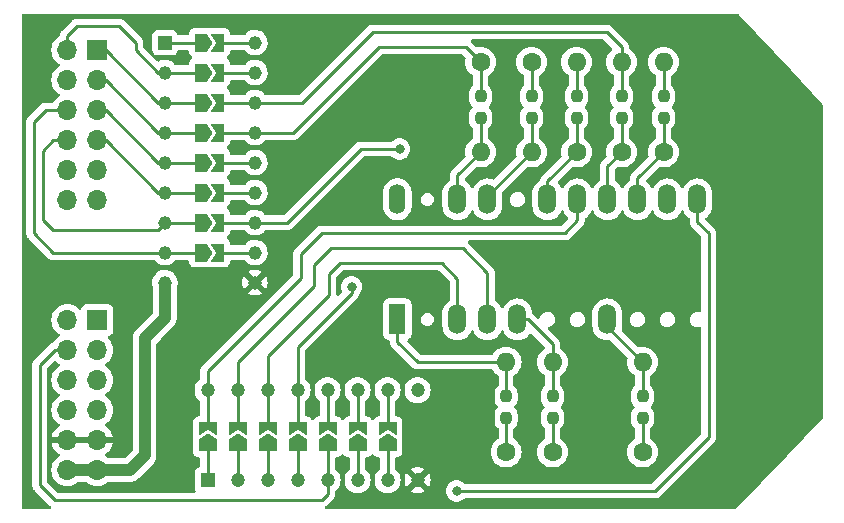
<source format=gbr>
%TF.GenerationSoftware,KiCad,Pcbnew,7.0.1*%
%TF.CreationDate,2023-05-14T00:25:16+09:00*%
%TF.ProjectId,Pmod_7Seg,506d6f64-5f37-4536-9567-2e6b69636164,rev?*%
%TF.SameCoordinates,Original*%
%TF.FileFunction,Copper,L1,Top*%
%TF.FilePolarity,Positive*%
%FSLAX46Y46*%
G04 Gerber Fmt 4.6, Leading zero omitted, Abs format (unit mm)*
G04 Created by KiCad (PCBNEW 7.0.1) date 2023-05-14 00:25:16*
%MOMM*%
%LPD*%
G01*
G04 APERTURE LIST*
G04 Aperture macros list*
%AMRoundRect*
0 Rectangle with rounded corners*
0 $1 Rounding radius*
0 $2 $3 $4 $5 $6 $7 $8 $9 X,Y pos of 4 corners*
0 Add a 4 corners polygon primitive as box body*
4,1,4,$2,$3,$4,$5,$6,$7,$8,$9,$2,$3,0*
0 Add four circle primitives for the rounded corners*
1,1,$1+$1,$2,$3*
1,1,$1+$1,$4,$5*
1,1,$1+$1,$6,$7*
1,1,$1+$1,$8,$9*
0 Add four rect primitives between the rounded corners*
20,1,$1+$1,$2,$3,$4,$5,0*
20,1,$1+$1,$4,$5,$6,$7,0*
20,1,$1+$1,$6,$7,$8,$9,0*
20,1,$1+$1,$8,$9,$2,$3,0*%
%AMFreePoly0*
4,1,6,1.000000,0.000000,0.500000,-0.750000,-0.500000,-0.750000,-0.500000,0.750000,0.500000,0.750000,1.000000,0.000000,1.000000,0.000000,$1*%
%AMFreePoly1*
4,1,6,0.500000,-0.750000,-0.650000,-0.750000,-0.150000,0.000000,-0.650000,0.750000,0.500000,0.750000,0.500000,-0.750000,0.500000,-0.750000,$1*%
G04 Aperture macros list end*
%TA.AperFunction,ComponentPad*%
%ADD10C,1.600000*%
%TD*%
%TA.AperFunction,SMDPad,CuDef*%
%ADD11RoundRect,0.237500X-0.237500X0.250000X-0.237500X-0.250000X0.237500X-0.250000X0.237500X0.250000X0*%
%TD*%
%TA.AperFunction,ComponentPad*%
%ADD12O,1.600000X1.600000*%
%TD*%
%TA.AperFunction,ComponentPad*%
%ADD13R,1.200000X1.200000*%
%TD*%
%TA.AperFunction,SMDPad,CuDef*%
%ADD14FreePoly0,90.000000*%
%TD*%
%TA.AperFunction,ComponentPad*%
%ADD15C,1.200000*%
%TD*%
%TA.AperFunction,SMDPad,CuDef*%
%ADD16FreePoly1,90.000000*%
%TD*%
%TA.AperFunction,ComponentPad*%
%ADD17C,1.150000*%
%TD*%
%TA.AperFunction,SMDPad,CuDef*%
%ADD18FreePoly1,0.000000*%
%TD*%
%TA.AperFunction,SMDPad,CuDef*%
%ADD19FreePoly0,0.000000*%
%TD*%
%TA.AperFunction,ComponentPad*%
%ADD20R,1.150000X1.150000*%
%TD*%
%TA.AperFunction,ComponentPad*%
%ADD21R,1.400000X2.524000*%
%TD*%
%TA.AperFunction,ComponentPad*%
%ADD22O,1.524000X2.524000*%
%TD*%
%TA.AperFunction,ComponentPad*%
%ADD23O,1.400000X2.524000*%
%TD*%
%TA.AperFunction,SMDPad,CuDef*%
%ADD24RoundRect,0.237500X0.237500X-0.250000X0.237500X0.250000X-0.237500X0.250000X-0.237500X-0.250000X0*%
%TD*%
%TA.AperFunction,ComponentPad*%
%ADD25R,1.700000X1.700000*%
%TD*%
%TA.AperFunction,ComponentPad*%
%ADD26O,1.700000X1.700000*%
%TD*%
%TA.AperFunction,ViaPad*%
%ADD27C,0.800000*%
%TD*%
%TA.AperFunction,Conductor*%
%ADD28C,0.250000*%
%TD*%
%TA.AperFunction,Conductor*%
%ADD29C,1.000000*%
%TD*%
G04 APERTURE END LIST*
D10*
%TO.P,R6,1*%
%TO.N,Net-(IC1-O5)*%
X149098000Y-67056000D03*
D11*
X149098000Y-69953500D03*
%TO.P,R6,2*%
%TO.N,Net-(DS1-ANODE_C)*%
X149098000Y-71778500D03*
D12*
X149098000Y-74676000D03*
%TD*%
D13*
%TO.P,IC2,1,I1*%
%TO.N,Net-(J2-Pin_4)*%
X121666000Y-102452000D03*
D14*
X121666000Y-99510000D03*
D15*
%TO.P,IC2,2,I2*%
%TO.N,Net-(J2-Pin_3)*%
X124206000Y-102452000D03*
D14*
X124206000Y-99510000D03*
D15*
%TO.P,IC2,3,I3*%
%TO.N,Net-(J2-Pin_2)*%
X126746000Y-102452000D03*
D14*
X126746000Y-99510000D03*
D15*
%TO.P,IC2,4,I4*%
%TO.N,Net-(J2-Pin_1)*%
X129286000Y-102452000D03*
D14*
X129286000Y-99510000D03*
D15*
%TO.P,IC2,5,I5*%
%TO.N,Net-(J2-Pin_8)*%
X131826000Y-102452000D03*
D14*
X131826000Y-99510000D03*
D15*
%TO.P,IC2,6,I6*%
%TO.N,Net-(J2-Pin_7)*%
X134366000Y-102452000D03*
D14*
X134366000Y-99510000D03*
D15*
%TO.P,IC2,7,I7*%
%TO.N,unconnected-(Q1-I7-Pad7)*%
X136906000Y-102452000D03*
D14*
X136906000Y-99510000D03*
D15*
%TO.P,IC2,8,GND*%
%TO.N,GND*%
X139446000Y-102452000D03*
%TO.P,IC2,9,COMMON*%
%TO.N,unconnected-(Q1-COMMON-Pad9)*%
X139446000Y-94832000D03*
D16*
%TO.P,IC2,10,O7*%
%TO.N,unconnected-(Q1-O7-Pad10)*%
X136906000Y-98060000D03*
D15*
X136906000Y-94832000D03*
D16*
%TO.P,IC2,11,O6*%
%TO.N,Net-(DS1-KATHODE_5)*%
X134366000Y-98060000D03*
D15*
X134366000Y-94832000D03*
D16*
%TO.P,IC2,12,O5*%
%TO.N,Net-(DS1-KATHODE_6)*%
X131826000Y-98060000D03*
D15*
X131826000Y-94832000D03*
D16*
%TO.P,IC2,13,O4*%
%TO.N,Net-(DS1-KATHODE_1)*%
X129286000Y-98060000D03*
D15*
X129286000Y-94832000D03*
D16*
%TO.P,IC2,14,O3*%
%TO.N,Net-(DS1-KATHODE_2)*%
X126746000Y-98060000D03*
D15*
X126746000Y-94832000D03*
D16*
%TO.P,IC2,15,O2*%
%TO.N,Net-(DS1-KATHODE_3)*%
X124206000Y-98060000D03*
D15*
X124206000Y-94832000D03*
D16*
%TO.P,IC2,16,O1*%
%TO.N,Net-(DS1-KATHODE_4)*%
X121666000Y-98060000D03*
D15*
X121666000Y-94832000D03*
%TD*%
D17*
%TO.P,IC1,18,O1*%
%TO.N,Net-(IC1-O1)*%
X125677000Y-65405000D03*
D18*
X122555000Y-65405000D03*
D17*
%TO.P,IC1,17,O2*%
%TO.N,Net-(IC1-O2)*%
X125677000Y-67945000D03*
D18*
X122555000Y-67945000D03*
D17*
%TO.P,IC1,16,O3*%
%TO.N,Net-(IC1-O3)*%
X125677000Y-70485000D03*
D18*
X122555000Y-70485000D03*
D17*
%TO.P,IC1,15,O4*%
%TO.N,Net-(IC1-O4)*%
X125677000Y-73025000D03*
D18*
X122555000Y-73025000D03*
D17*
%TO.P,IC1,14,O5*%
%TO.N,Net-(IC1-O5)*%
X125677000Y-75565000D03*
D18*
X122555000Y-75565000D03*
D17*
%TO.P,IC1,13,O6*%
%TO.N,Net-(IC1-O6)*%
X125677000Y-78105000D03*
D18*
X122555000Y-78105000D03*
D17*
%TO.P,IC1,12,O7*%
%TO.N,Net-(IC1-O7)*%
X125677000Y-80645000D03*
D18*
X122555000Y-80645000D03*
D17*
%TO.P,IC1,11,O8*%
%TO.N,Net-(IC1-O8)*%
X125677000Y-83185000D03*
D18*
X122555000Y-83185000D03*
D17*
%TO.P,IC1,10,GND*%
%TO.N,GND*%
X125677000Y-85725000D03*
%TO.P,IC1,9,VCC*%
%TO.N,VCC*%
X118057000Y-85725000D03*
D19*
%TO.P,IC1,8,I8*%
%TO.N,Net-(IC1-I8)*%
X121105000Y-83185000D03*
D17*
X118057000Y-83185000D03*
D19*
%TO.P,IC1,7,I7*%
%TO.N,Net-(IC1-I7)*%
X121105000Y-80645000D03*
D17*
X118057000Y-80645000D03*
D19*
%TO.P,IC1,6,I6*%
%TO.N,Net-(IC1-I6)*%
X121105000Y-78105000D03*
D17*
X118057000Y-78105000D03*
D19*
%TO.P,IC1,5,I5*%
%TO.N,Net-(IC1-I5)*%
X121105000Y-75565000D03*
D17*
X118057000Y-75565000D03*
D19*
%TO.P,IC1,4,I4*%
%TO.N,Net-(IC1-I4)*%
X121105000Y-73025000D03*
D17*
X118057000Y-73025000D03*
D19*
%TO.P,IC1,3,I3*%
%TO.N,Net-(IC1-I3)*%
X121105000Y-70485000D03*
D17*
X118057000Y-70485000D03*
D19*
%TO.P,IC1,2,I2*%
%TO.N,Net-(IC1-I2)*%
X121105000Y-67945000D03*
D17*
X118057000Y-67945000D03*
D19*
%TO.P,IC1,1,I1*%
%TO.N,Net-(IC1-I1)*%
X121105000Y-65405000D03*
D20*
X118057000Y-65405000D03*
%TD*%
D21*
%TO.P,IC3,1,ANODE_E*%
%TO.N,Net-(DS1-ANODE_E)*%
X137731500Y-88836000D03*
D22*
%TO.P,IC3,3,KATHODE_2*%
%TO.N,Net-(DS1-KATHODE_2)*%
X142811500Y-88836000D03*
%TO.P,IC3,4,KATHODE_3*%
%TO.N,Net-(DS1-KATHODE_3)*%
X145351500Y-88836000D03*
%TO.P,IC3,5,ANODE_D*%
%TO.N,Net-(DS1-ANODE_D)*%
X147891500Y-88836000D03*
%TO.P,IC3,8,ANODE_DP*%
%TO.N,Net-(DS1-ANODE_DP)*%
X155511500Y-88836000D03*
%TO.P,IC3,12,KATHODE_6*%
%TO.N,Net-(DS1-KATHODE_6)*%
X163131500Y-78676000D03*
%TO.P,IC3,13,KATHODE_5*%
%TO.N,Net-(DS1-KATHODE_5)*%
X160591500Y-78676000D03*
%TO.P,IC3,14,ANODE_F*%
%TO.N,Net-(DS1-ANODE_F)*%
X158051500Y-78676000D03*
%TO.P,IC3,15,ANODE_A*%
%TO.N,Net-(DS1-ANODE_A)*%
X155511500Y-78676000D03*
%TO.P,IC3,16,KATHODE_4*%
%TO.N,Net-(DS1-KATHODE_4)*%
X152971500Y-78676000D03*
%TO.P,IC3,17,ANODE_G*%
%TO.N,Net-(DS1-ANODE_G)*%
X150431500Y-78676000D03*
%TO.P,IC3,19,ANODE_C*%
%TO.N,Net-(DS1-ANODE_C)*%
X145351500Y-78676000D03*
%TO.P,IC3,20,ANODE_B*%
%TO.N,Net-(DS1-ANODE_B)*%
X142811500Y-78676000D03*
D23*
%TO.P,IC3,22,KATHODE_1*%
%TO.N,Net-(DS1-KATHODE_1)*%
X137731500Y-78676000D03*
%TD*%
D10*
%TO.P,R3,1*%
%TO.N,Net-(IC1-O2)*%
X146939000Y-100076000D03*
D24*
X146939000Y-97178500D03*
%TO.P,R3,2*%
%TO.N,Net-(DS1-ANODE_E)*%
X146939000Y-95353500D03*
D12*
X146939000Y-92456000D03*
%TD*%
%TO.P,R1,2*%
%TO.N,Net-(IC1-O1)*%
X160274000Y-67056000D03*
D24*
X160274000Y-69953500D03*
%TO.P,R1,1*%
%TO.N,Net-(DS1-ANODE_F)*%
X160274000Y-71778500D03*
D10*
X160274000Y-74676000D03*
%TD*%
%TO.P,R7,1*%
%TO.N,Net-(IC1-O6)*%
X150876000Y-100076000D03*
D24*
X150876000Y-97178500D03*
%TO.P,R7,2*%
%TO.N,Net-(DS1-ANODE_D)*%
X150876000Y-95353500D03*
D12*
X150876000Y-92456000D03*
%TD*%
D25*
%TO.P,J2,1,Pin_1*%
%TO.N,Net-(J2-Pin_1)*%
X112330000Y-88900000D03*
D26*
%TO.P,J2,2,Pin_2*%
%TO.N,Net-(J2-Pin_2)*%
X112330000Y-91440000D03*
%TO.P,J2,3,Pin_3*%
%TO.N,Net-(J2-Pin_3)*%
X112330000Y-93980000D03*
%TO.P,J2,4,Pin_4*%
%TO.N,Net-(J2-Pin_4)*%
X112330000Y-96520000D03*
%TO.P,J2,5,Pin_5*%
%TO.N,GND*%
X112330000Y-99060000D03*
%TO.P,J2,6,Pin_6*%
%TO.N,VCC*%
X112330000Y-101600000D03*
%TO.P,J2,7,Pin_7*%
%TO.N,Net-(J2-Pin_7)*%
X109790000Y-88900000D03*
%TO.P,J2,8,Pin_8*%
%TO.N,Net-(J2-Pin_8)*%
X109790000Y-91440000D03*
%TO.P,J2,9,Pin_9*%
%TO.N,unconnected-(J2-Pin_9-Pad9)*%
X109790000Y-93980000D03*
%TO.P,J2,10,Pin_10*%
%TO.N,unconnected-(J2-Pin_10-Pad10)*%
X109790000Y-96520000D03*
%TO.P,J2,11,Pin_11*%
%TO.N,GND*%
X109790000Y-99060000D03*
%TO.P,J2,12,Pin_12*%
%TO.N,VCC*%
X109790000Y-101600000D03*
%TD*%
D12*
%TO.P,R4,2*%
%TO.N,Net-(IC1-O3)*%
X156718000Y-67056000D03*
D24*
X156718000Y-69953500D03*
%TO.P,R4,1*%
%TO.N,Net-(DS1-ANODE_A)*%
X156718000Y-71778500D03*
D10*
X156718000Y-74676000D03*
%TD*%
%TO.P,R5,1*%
%TO.N,Net-(IC1-O4)*%
X144780000Y-67056000D03*
D11*
X144780000Y-69953500D03*
%TO.P,R5,2*%
%TO.N,Net-(DS1-ANODE_B)*%
X144780000Y-71778500D03*
D12*
X144780000Y-74676000D03*
%TD*%
D25*
%TO.P,J1,1,Pin_1*%
%TO.N,Net-(IC1-I3)*%
X112330000Y-66040000D03*
D26*
%TO.P,J1,2,Pin_2*%
%TO.N,Net-(IC1-I4)*%
X112330000Y-68580000D03*
%TO.P,J1,3,Pin_3*%
%TO.N,Net-(IC1-I5)*%
X112330000Y-71120000D03*
%TO.P,J1,4,Pin_4*%
%TO.N,Net-(IC1-I6)*%
X112330000Y-73660000D03*
%TO.P,J1,5,Pin_5*%
%TO.N,GND*%
X112330000Y-76200000D03*
%TO.P,J1,6,Pin_6*%
%TO.N,VCC*%
X112330000Y-78740000D03*
%TO.P,J1,7,Pin_7*%
%TO.N,Net-(IC1-I2)*%
X109790000Y-66040000D03*
%TO.P,J1,8,Pin_8*%
%TO.N,Net-(IC1-I1)*%
X109790000Y-68580000D03*
%TO.P,J1,9,Pin_9*%
%TO.N,Net-(IC1-I8)*%
X109790000Y-71120000D03*
%TO.P,J1,10,Pin_10*%
%TO.N,Net-(IC1-I7)*%
X109790000Y-73660000D03*
%TO.P,J1,11,Pin_11*%
%TO.N,GND*%
X109790000Y-76200000D03*
%TO.P,J1,12,Pin_12*%
%TO.N,VCC*%
X109790000Y-78740000D03*
%TD*%
D10*
%TO.P,R8,1*%
%TO.N,Net-(IC1-O7)*%
X158496000Y-100076000D03*
D24*
X158496000Y-97178500D03*
%TO.P,R8,2*%
%TO.N,Net-(DS1-ANODE_DP)*%
X158496000Y-95353500D03*
D12*
X158496000Y-92456000D03*
%TD*%
D10*
%TO.P,R2,1*%
%TO.N,Net-(DS1-ANODE_G)*%
X152908000Y-74676000D03*
D24*
X152908000Y-71778500D03*
%TO.P,R2,2*%
%TO.N,Net-(IC1-O8)*%
X152908000Y-69953500D03*
D12*
X152908000Y-67056000D03*
%TD*%
D27*
%TO.N,GND*%
X141224000Y-67691000D03*
X123571000Y-88773000D03*
X133096000Y-92075000D03*
X141224000Y-74422000D03*
X148844000Y-84074000D03*
%TO.N,Net-(DS1-KATHODE_1)*%
X133858000Y-86106000D03*
%TO.N,GND*%
X154432000Y-100838000D03*
X129794000Y-67056000D03*
X131826000Y-73533000D03*
X158496000Y-84074000D03*
X120904000Y-91440000D03*
%TO.N,Net-(DS1-KATHODE_6)*%
X142748000Y-103378000D03*
%TO.N,Net-(IC1-O7)*%
X137922000Y-74422000D03*
%TO.N,GND*%
X169926000Y-69088000D03*
X108712000Y-85852000D03*
X169926000Y-98044000D03*
X169926000Y-84074000D03*
%TD*%
D28*
%TO.N,Net-(DS1-KATHODE_2)*%
X142811500Y-85407500D02*
X142811500Y-88836000D01*
X132842000Y-84074000D02*
X141478000Y-84074000D01*
X131953000Y-84963000D02*
X132842000Y-84074000D01*
X131953000Y-86741000D02*
X131953000Y-84963000D01*
X126746000Y-91948000D02*
X131953000Y-86741000D01*
X141478000Y-84074000D02*
X142811500Y-85407500D01*
X126746000Y-94832000D02*
X126746000Y-91948000D01*
%TO.N,Net-(DS1-KATHODE_3)*%
X145351500Y-84899500D02*
X145351500Y-88836000D01*
X132080000Y-82804000D02*
X143256000Y-82804000D01*
X130683000Y-84201000D02*
X132080000Y-82804000D01*
X143256000Y-82804000D02*
X145351500Y-84899500D01*
X124206000Y-92456000D02*
X130683000Y-85979000D01*
X130683000Y-85979000D02*
X130683000Y-84201000D01*
X124206000Y-94832000D02*
X124206000Y-92456000D01*
%TO.N,Net-(DS1-KATHODE_1)*%
X133858000Y-86614000D02*
X129286000Y-91186000D01*
X133858000Y-86106000D02*
X133858000Y-86614000D01*
X129286000Y-91186000D02*
X129286000Y-94832000D01*
%TO.N,Net-(DS1-ANODE_DP)*%
X155511500Y-89471500D02*
X155511500Y-88836000D01*
X158496000Y-92456000D02*
X155511500Y-89471500D01*
%TO.N,Net-(DS1-ANODE_D)*%
X148780000Y-88836000D02*
X147891500Y-88836000D01*
X150876000Y-90932000D02*
X148780000Y-88836000D01*
X150876000Y-92456000D02*
X150876000Y-90932000D01*
%TO.N,Net-(IC1-O4)*%
X143510000Y-65786000D02*
X144780000Y-67056000D01*
X128905000Y-73025000D02*
X136144000Y-65786000D01*
X136144000Y-65786000D02*
X143510000Y-65786000D01*
X125677000Y-73025000D02*
X128905000Y-73025000D01*
%TO.N,Net-(IC1-O7)*%
X128397000Y-80645000D02*
X125677000Y-80645000D01*
X134620000Y-74422000D02*
X128397000Y-80645000D01*
X137922000Y-74422000D02*
X134620000Y-74422000D01*
%TO.N,Net-(DS1-ANODE_C)*%
X145351500Y-78422500D02*
X149098000Y-74676000D01*
X145351500Y-78676000D02*
X145351500Y-78422500D01*
%TO.N,Net-(DS1-ANODE_B)*%
X142811500Y-76644500D02*
X144780000Y-74676000D01*
X142811500Y-78676000D02*
X142811500Y-76644500D01*
%TO.N,Net-(DS1-ANODE_G)*%
X150431500Y-77152500D02*
X152908000Y-74676000D01*
X150431500Y-78676000D02*
X150431500Y-77152500D01*
%TO.N,Net-(IC1-O3)*%
X156718000Y-65786000D02*
X156718000Y-67056000D01*
X155448000Y-64516000D02*
X156718000Y-65786000D01*
X135636000Y-64516000D02*
X155448000Y-64516000D01*
%TO.N,Net-(DS1-ANODE_F)*%
X158051500Y-76898500D02*
X160274000Y-74676000D01*
X158051500Y-78676000D02*
X158051500Y-76898500D01*
%TO.N,Net-(DS1-ANODE_A)*%
X155511500Y-78676000D02*
X155511500Y-75882500D01*
X155511500Y-75882500D02*
X156718000Y-74676000D01*
%TO.N,Net-(DS1-KATHODE_6)*%
X163131500Y-80581500D02*
X163131500Y-78676000D01*
X164084000Y-98806000D02*
X164084000Y-81534000D01*
X142748000Y-103378000D02*
X159512000Y-103378000D01*
X159512000Y-103378000D02*
X164084000Y-98806000D01*
X164084000Y-81534000D02*
X163131500Y-80581500D01*
%TO.N,Net-(DS1-KATHODE_4)*%
X131318000Y-81534000D02*
X151892000Y-81534000D01*
X129540000Y-85344000D02*
X129540000Y-83312000D01*
X121666000Y-93218000D02*
X129540000Y-85344000D01*
X151892000Y-81534000D02*
X152966000Y-80460000D01*
X121666000Y-94832000D02*
X121666000Y-93218000D01*
X129540000Y-83312000D02*
X131318000Y-81534000D01*
X152966000Y-80460000D02*
X152966000Y-79190000D01*
%TO.N,Net-(DS1-ANODE_E)*%
X137731500Y-90741500D02*
X137731500Y-88836000D01*
X146939000Y-92456000D02*
X139446000Y-92456000D01*
X139446000Y-92456000D02*
X137731500Y-90741500D01*
%TO.N,Net-(IC1-O3)*%
X129667000Y-70485000D02*
X135636000Y-64516000D01*
X125677000Y-70485000D02*
X129667000Y-70485000D01*
D29*
%TO.N,VCC*%
X112330000Y-101600000D02*
X109790000Y-101600000D01*
D28*
%TO.N,Net-(J2-Pin_8)*%
X131318000Y-104140000D02*
X131826000Y-103632000D01*
X108712000Y-104140000D02*
X131318000Y-104140000D01*
X107442000Y-92710000D02*
X107442000Y-102870000D01*
X131826000Y-103632000D02*
X131826000Y-102452000D01*
X108712000Y-91440000D02*
X107442000Y-92710000D01*
X109790000Y-91440000D02*
X108712000Y-91440000D01*
X107442000Y-102870000D02*
X108712000Y-104140000D01*
%TO.N,Net-(IC1-I2)*%
X114173000Y-64008000D02*
X115570000Y-65405000D01*
X110617000Y-64008000D02*
X114173000Y-64008000D01*
X115570000Y-65405000D02*
X115570000Y-66040000D01*
X117475000Y-67945000D02*
X118057000Y-67945000D01*
X109790000Y-64835000D02*
X110617000Y-64008000D01*
X115570000Y-66040000D02*
X117475000Y-67945000D01*
X109790000Y-66040000D02*
X109790000Y-64835000D01*
D29*
%TO.N,VCC*%
X115062000Y-101600000D02*
X112330000Y-101600000D01*
X116332000Y-100330000D02*
X115062000Y-101600000D01*
X116332000Y-90424000D02*
X116332000Y-100330000D01*
X118057000Y-88699000D02*
X116332000Y-90424000D01*
X118057000Y-85725000D02*
X118057000Y-88699000D01*
D28*
%TO.N,Net-(DS1-ANODE_E)*%
X146939000Y-95353500D02*
X146939000Y-92456000D01*
%TO.N,Net-(DS1-KATHODE_2)*%
X126746000Y-97774000D02*
X126746000Y-94832000D01*
%TO.N,Net-(DS1-KATHODE_3)*%
X124206000Y-97774000D02*
X124206000Y-94832000D01*
%TO.N,Net-(DS1-ANODE_D)*%
X150876000Y-95353500D02*
X150876000Y-92456000D01*
%TO.N,Net-(DS1-ANODE_DP)*%
X158496000Y-95353500D02*
X158496000Y-92456000D01*
%TO.N,Net-(DS1-KATHODE_6)*%
X131826000Y-97774000D02*
X131826000Y-94832000D01*
%TO.N,Net-(DS1-KATHODE_5)*%
X134366000Y-97774000D02*
X134366000Y-94832000D01*
%TO.N,Net-(DS1-ANODE_F)*%
X160274000Y-71778500D02*
X160274000Y-74676000D01*
%TO.N,Net-(DS1-ANODE_A)*%
X156718000Y-74676000D02*
X156718000Y-71778500D01*
%TO.N,Net-(DS1-KATHODE_4)*%
X121666000Y-98060000D02*
X121666000Y-94832000D01*
%TO.N,Net-(DS1-ANODE_G)*%
X152908000Y-74676000D02*
X152908000Y-71778500D01*
%TO.N,Net-(DS1-ANODE_C)*%
X149098000Y-74676000D02*
X149098000Y-71778500D01*
%TO.N,Net-(DS1-ANODE_B)*%
X144780000Y-74676000D02*
X144780000Y-71778500D01*
%TO.N,Net-(DS1-KATHODE_1)*%
X129286000Y-97774000D02*
X129286000Y-94832000D01*
%TO.N,Net-(IC1-I1)*%
X118057000Y-65405000D02*
X121105000Y-65405000D01*
%TO.N,Net-(IC1-I2)*%
X118057000Y-67945000D02*
X121105000Y-67945000D01*
%TO.N,Net-(IC1-I3)*%
X118057000Y-70485000D02*
X121105000Y-70485000D01*
X117475000Y-70485000D02*
X118040000Y-70485000D01*
X113030000Y-66040000D02*
X117475000Y-70485000D01*
X112330000Y-66040000D02*
X113030000Y-66040000D01*
%TO.N,Net-(IC1-I4)*%
X117475000Y-73025000D02*
X118057000Y-73025000D01*
X112330000Y-68580000D02*
X113030000Y-68580000D01*
X113030000Y-68580000D02*
X117475000Y-73025000D01*
X118057000Y-73025000D02*
X121105000Y-73025000D01*
%TO.N,Net-(IC1-I5)*%
X112330000Y-71120000D02*
X113030000Y-71120000D01*
X113030000Y-71120000D02*
X117475000Y-75565000D01*
X118057000Y-75565000D02*
X121105000Y-75565000D01*
X117475000Y-75565000D02*
X118040000Y-75565000D01*
%TO.N,Net-(IC1-I6)*%
X118057000Y-78105000D02*
X121105000Y-78105000D01*
X112330000Y-73660000D02*
X113030000Y-73660000D01*
X117475000Y-78105000D02*
X118040000Y-78105000D01*
X113030000Y-73660000D02*
X117475000Y-78105000D01*
%TO.N,Net-(IC1-I7)*%
X109790000Y-73660000D02*
X108585000Y-73660000D01*
X118040000Y-80715000D02*
X118040000Y-80645000D01*
X107696000Y-74549000D02*
X107696000Y-80391000D01*
X117475000Y-81280000D02*
X118040000Y-80715000D01*
X118057000Y-80645000D02*
X121105000Y-80645000D01*
X108585000Y-73660000D02*
X107696000Y-74549000D01*
X108585000Y-81280000D02*
X117475000Y-81280000D01*
X107696000Y-80391000D02*
X108585000Y-81280000D01*
%TO.N,Net-(IC1-I8)*%
X106934000Y-72136000D02*
X106934000Y-81534000D01*
X108585000Y-83185000D02*
X118040000Y-83185000D01*
X107950000Y-71120000D02*
X106934000Y-72136000D01*
X106934000Y-81534000D02*
X108585000Y-83185000D01*
X109790000Y-71120000D02*
X107950000Y-71120000D01*
X118057000Y-83185000D02*
X121105000Y-83185000D01*
%TO.N,Net-(IC1-O8)*%
X122555000Y-83185000D02*
X125677000Y-83185000D01*
X152908000Y-69953500D02*
X152908000Y-67056000D01*
%TO.N,Net-(IC1-O7)*%
X122555000Y-80645000D02*
X125677000Y-80645000D01*
X158496000Y-100076000D02*
X158496000Y-97178500D01*
%TO.N,Net-(IC1-O6)*%
X122555000Y-78105000D02*
X125677000Y-78105000D01*
X150876000Y-100076000D02*
X150876000Y-97178500D01*
%TO.N,Net-(IC1-O5)*%
X122555000Y-75565000D02*
X125677000Y-75565000D01*
X149098000Y-69953500D02*
X149098000Y-67056000D01*
%TO.N,Net-(IC1-O4)*%
X144780000Y-69953500D02*
X144780000Y-67056000D01*
X122555000Y-73025000D02*
X125677000Y-73025000D01*
%TO.N,Net-(IC1-O3)*%
X122555000Y-70485000D02*
X125677000Y-70485000D01*
X156718000Y-69953500D02*
X156718000Y-67056000D01*
%TO.N,Net-(IC1-O2)*%
X122555000Y-67945000D02*
X125677000Y-67945000D01*
X146939000Y-97178500D02*
X146939000Y-100076000D01*
%TO.N,Net-(IC1-O1)*%
X160274000Y-69953500D02*
X160274000Y-67056000D01*
X122555000Y-65405000D02*
X125677000Y-65405000D01*
%TO.N,Net-(J2-Pin_1)*%
X129286000Y-102452000D02*
X129286000Y-99224000D01*
%TO.N,Net-(J2-Pin_2)*%
X126746000Y-102452000D02*
X126746000Y-99224000D01*
%TO.N,Net-(J2-Pin_3)*%
X124206000Y-102452000D02*
X124206000Y-99224000D01*
%TO.N,Net-(J2-Pin_4)*%
X121666000Y-102452000D02*
X121666000Y-99510000D01*
%TO.N,Net-(J2-Pin_7)*%
X134366000Y-102452000D02*
X134366000Y-99224000D01*
%TO.N,Net-(J2-Pin_8)*%
X131826000Y-102452000D02*
X131826000Y-99224000D01*
%TO.N,unconnected-(Q1-I7-Pad7)*%
X136906000Y-102452000D02*
X136906000Y-99224000D01*
%TO.N,unconnected-(Q1-O7-Pad10)*%
X136906000Y-97774000D02*
X136906000Y-94832000D01*
%TD*%
%TA.AperFunction,Conductor*%
%TO.N,GND*%
G36*
X166619536Y-63002274D02*
G01*
X166660766Y-63031392D01*
X171026157Y-67708597D01*
X173702651Y-70576269D01*
X173727362Y-70615405D01*
X173736000Y-70660876D01*
X173736000Y-97231864D01*
X173726959Y-97278344D01*
X173701155Y-97318045D01*
X170753306Y-100367546D01*
X166406556Y-104864183D01*
X166365823Y-104892155D01*
X166317401Y-104902000D01*
X131714993Y-104902000D01*
X131655256Y-104886662D01*
X131610297Y-104844444D01*
X131591238Y-104785789D01*
X131602793Y-104725207D01*
X131642104Y-104677685D01*
X131657060Y-104666818D01*
X131666830Y-104660400D01*
X131704418Y-104638171D01*
X131704417Y-104638171D01*
X131704420Y-104638170D01*
X131718585Y-104624004D01*
X131733373Y-104611373D01*
X131749587Y-104599594D01*
X131777438Y-104565926D01*
X131785279Y-104557309D01*
X132209786Y-104132802D01*
X132225881Y-104119910D01*
X132227873Y-104117788D01*
X132227877Y-104117786D01*
X132273948Y-104068723D01*
X132276566Y-104066023D01*
X132296120Y-104046471D01*
X132298581Y-104043298D01*
X132306156Y-104034427D01*
X132336062Y-104002582D01*
X132345717Y-103985018D01*
X132356394Y-103968764D01*
X132368673Y-103952936D01*
X132386018Y-103912852D01*
X132391160Y-103902356D01*
X132412197Y-103864092D01*
X132417179Y-103844684D01*
X132423481Y-103826280D01*
X132431437Y-103807896D01*
X132438269Y-103764752D01*
X132440633Y-103753338D01*
X132451500Y-103711019D01*
X132451500Y-103690983D01*
X132453027Y-103671584D01*
X132456160Y-103651804D01*
X132452050Y-103608328D01*
X132451500Y-103596658D01*
X132451500Y-103425690D01*
X132462066Y-103375604D01*
X132491962Y-103334053D01*
X132642763Y-103196580D01*
X132642764Y-103196579D01*
X132765673Y-103033821D01*
X132765673Y-103033819D01*
X132765675Y-103033818D01*
X132814848Y-102935063D01*
X132856582Y-102851250D01*
X132912397Y-102655083D01*
X132931215Y-102452000D01*
X132912397Y-102248917D01*
X132856582Y-102052750D01*
X132856209Y-102052001D01*
X132765675Y-101870181D01*
X132642763Y-101707419D01*
X132491962Y-101569947D01*
X132462066Y-101528396D01*
X132451500Y-101478310D01*
X132451500Y-100639647D01*
X132468113Y-100577647D01*
X132513500Y-100532260D01*
X132568064Y-100517639D01*
X132567942Y-100516708D01*
X132575016Y-100515776D01*
X132575500Y-100515647D01*
X132576001Y-100515647D01*
X132591226Y-100513642D01*
X132706871Y-100498417D01*
X132828824Y-100447903D01*
X132933546Y-100367546D01*
X132997625Y-100284036D01*
X133041156Y-100248313D01*
X133096000Y-100235525D01*
X133150844Y-100248313D01*
X133194374Y-100284036D01*
X133258453Y-100367545D01*
X133258455Y-100367547D01*
X133259099Y-100368041D01*
X133363177Y-100447903D01*
X133485129Y-100498417D01*
X133596156Y-100513034D01*
X133615999Y-100515647D01*
X133616000Y-100515647D01*
X133616500Y-100515647D01*
X133616983Y-100515776D01*
X133624058Y-100516708D01*
X133623935Y-100517639D01*
X133678500Y-100532260D01*
X133723887Y-100577647D01*
X133740500Y-100639647D01*
X133740500Y-101478310D01*
X133729934Y-101528396D01*
X133700038Y-101569947D01*
X133549236Y-101707419D01*
X133426324Y-101870181D01*
X133335418Y-102052748D01*
X133279602Y-102248916D01*
X133260785Y-102452000D01*
X133279602Y-102655083D01*
X133335418Y-102851251D01*
X133426324Y-103033818D01*
X133549236Y-103196580D01*
X133699958Y-103333981D01*
X133873361Y-103441347D01*
X133873363Y-103441348D01*
X134063544Y-103515024D01*
X134264024Y-103552500D01*
X134467974Y-103552500D01*
X134467976Y-103552500D01*
X134668456Y-103515024D01*
X134858637Y-103441348D01*
X135032041Y-103333981D01*
X135101590Y-103270579D01*
X135182763Y-103196580D01*
X135182764Y-103196579D01*
X135305673Y-103033821D01*
X135305673Y-103033819D01*
X135305675Y-103033818D01*
X135354848Y-102935063D01*
X135396582Y-102851250D01*
X135452397Y-102655083D01*
X135471215Y-102452000D01*
X135452397Y-102248917D01*
X135396582Y-102052750D01*
X135396209Y-102052001D01*
X135305675Y-101870181D01*
X135182763Y-101707419D01*
X135031962Y-101569947D01*
X135002066Y-101528396D01*
X134991500Y-101478310D01*
X134991500Y-100639647D01*
X135008113Y-100577647D01*
X135053500Y-100532260D01*
X135108064Y-100517639D01*
X135107942Y-100516708D01*
X135115016Y-100515776D01*
X135115500Y-100515647D01*
X135116001Y-100515647D01*
X135131226Y-100513642D01*
X135246871Y-100498417D01*
X135368824Y-100447903D01*
X135473546Y-100367546D01*
X135537625Y-100284036D01*
X135581156Y-100248313D01*
X135636000Y-100235525D01*
X135690844Y-100248313D01*
X135734374Y-100284036D01*
X135798453Y-100367545D01*
X135798455Y-100367547D01*
X135799099Y-100368041D01*
X135903177Y-100447903D01*
X136025129Y-100498417D01*
X136136156Y-100513034D01*
X136155999Y-100515647D01*
X136156000Y-100515647D01*
X136156500Y-100515647D01*
X136156983Y-100515776D01*
X136164058Y-100516708D01*
X136163935Y-100517639D01*
X136218500Y-100532260D01*
X136263887Y-100577647D01*
X136280500Y-100639647D01*
X136280500Y-101478310D01*
X136269934Y-101528396D01*
X136240038Y-101569947D01*
X136089236Y-101707419D01*
X135966324Y-101870181D01*
X135875418Y-102052748D01*
X135819602Y-102248916D01*
X135800785Y-102452000D01*
X135819602Y-102655083D01*
X135875418Y-102851251D01*
X135966324Y-103033818D01*
X136089236Y-103196580D01*
X136239958Y-103333981D01*
X136413361Y-103441347D01*
X136413363Y-103441348D01*
X136603544Y-103515024D01*
X136804024Y-103552500D01*
X137007974Y-103552500D01*
X137007976Y-103552500D01*
X137208456Y-103515024D01*
X137398637Y-103441348D01*
X137487640Y-103386240D01*
X138865310Y-103386240D01*
X138953588Y-103440899D01*
X139143679Y-103514540D01*
X139344072Y-103552000D01*
X139547928Y-103552000D01*
X139748320Y-103514540D01*
X139938411Y-103440899D01*
X140026688Y-103386240D01*
X139446001Y-102805553D01*
X139446000Y-102805553D01*
X138865310Y-103386240D01*
X137487640Y-103386240D01*
X137572041Y-103333981D01*
X137641590Y-103270579D01*
X137722763Y-103196580D01*
X137722764Y-103196579D01*
X137845673Y-103033821D01*
X137845673Y-103033819D01*
X137845675Y-103033818D01*
X137894848Y-102935063D01*
X137936582Y-102851250D01*
X137992397Y-102655083D01*
X138011215Y-102452000D01*
X138341287Y-102452000D01*
X138360096Y-102654992D01*
X138415885Y-102851068D01*
X138506751Y-103033552D01*
X138508532Y-103035912D01*
X138508533Y-103035913D01*
X139092447Y-102452001D01*
X139092447Y-102452000D01*
X139799553Y-102452000D01*
X140383465Y-103035912D01*
X140385247Y-103033553D01*
X140476115Y-102851066D01*
X140531903Y-102654992D01*
X140550712Y-102452000D01*
X140531903Y-102249007D01*
X140476114Y-102052931D01*
X140385248Y-101870448D01*
X140383465Y-101868086D01*
X140383465Y-101868085D01*
X139799553Y-102452000D01*
X139092447Y-102452000D01*
X138508533Y-101868085D01*
X138506753Y-101870444D01*
X138415884Y-102052933D01*
X138360096Y-102249007D01*
X138341287Y-102452000D01*
X138011215Y-102452000D01*
X137992397Y-102248917D01*
X137936582Y-102052750D01*
X137936209Y-102052001D01*
X137845675Y-101870181D01*
X137722763Y-101707419D01*
X137571962Y-101569947D01*
X137542066Y-101528396D01*
X137539822Y-101517758D01*
X138865310Y-101517758D01*
X139446000Y-102098447D01*
X139446001Y-102098447D01*
X140026688Y-101517758D01*
X140026687Y-101517757D01*
X139938414Y-101463101D01*
X139748320Y-101389459D01*
X139547928Y-101352000D01*
X139344072Y-101352000D01*
X139143679Y-101389459D01*
X138953589Y-101463100D01*
X138865310Y-101517758D01*
X137539822Y-101517758D01*
X137531500Y-101478310D01*
X137531500Y-100639647D01*
X137548113Y-100577647D01*
X137593500Y-100532260D01*
X137648064Y-100517639D01*
X137647942Y-100516708D01*
X137655016Y-100515776D01*
X137655500Y-100515647D01*
X137656001Y-100515647D01*
X137671226Y-100513642D01*
X137786871Y-100498417D01*
X137908824Y-100447903D01*
X138013546Y-100367546D01*
X138093903Y-100262824D01*
X138144417Y-100140871D01*
X138161647Y-100010000D01*
X138161647Y-99010000D01*
X138152852Y-98938772D01*
X138144585Y-98871814D01*
X138148073Y-98871383D01*
X138144207Y-98838467D01*
X138161647Y-98710000D01*
X138161647Y-97560000D01*
X138144417Y-97429129D01*
X138093903Y-97307177D01*
X138013546Y-97202454D01*
X138013545Y-97202453D01*
X137908824Y-97122096D01*
X137786871Y-97071583D01*
X137656001Y-97054353D01*
X137656000Y-97054353D01*
X137655500Y-97054353D01*
X137655016Y-97054223D01*
X137647942Y-97053292D01*
X137648064Y-97052360D01*
X137593500Y-97037740D01*
X137548113Y-96992353D01*
X137531500Y-96930353D01*
X137531500Y-95805690D01*
X137542066Y-95755604D01*
X137571962Y-95714053D01*
X137722763Y-95576580D01*
X137845675Y-95413818D01*
X137898735Y-95307257D01*
X137936582Y-95231250D01*
X137992397Y-95035083D01*
X138011215Y-94832000D01*
X138011215Y-94831999D01*
X138340785Y-94831999D01*
X138359602Y-95035083D01*
X138415418Y-95231251D01*
X138506324Y-95413818D01*
X138629236Y-95576580D01*
X138779958Y-95713981D01*
X138928074Y-95805690D01*
X138953363Y-95821348D01*
X139143544Y-95895024D01*
X139344024Y-95932500D01*
X139547974Y-95932500D01*
X139547976Y-95932500D01*
X139748456Y-95895024D01*
X139938637Y-95821348D01*
X140112041Y-95713981D01*
X140179288Y-95652677D01*
X140262763Y-95576580D01*
X140385675Y-95413818D01*
X140438735Y-95307257D01*
X140476582Y-95231250D01*
X140532397Y-95035083D01*
X140551215Y-94832000D01*
X140532397Y-94628917D01*
X140531844Y-94626975D01*
X140501595Y-94520660D01*
X140476582Y-94432750D01*
X140463521Y-94406519D01*
X140385675Y-94250181D01*
X140262763Y-94087419D01*
X140112041Y-93950018D01*
X139938638Y-93842652D01*
X139748457Y-93768976D01*
X139681629Y-93756483D01*
X139547976Y-93731500D01*
X139344024Y-93731500D01*
X139273988Y-93744592D01*
X139143542Y-93768976D01*
X138953361Y-93842652D01*
X138779958Y-93950018D01*
X138629236Y-94087419D01*
X138506324Y-94250181D01*
X138415418Y-94432748D01*
X138359602Y-94628916D01*
X138340785Y-94831999D01*
X138011215Y-94831999D01*
X137992397Y-94628917D01*
X137991844Y-94626975D01*
X137961595Y-94520660D01*
X137936582Y-94432750D01*
X137923521Y-94406519D01*
X137845675Y-94250181D01*
X137722763Y-94087419D01*
X137572041Y-93950018D01*
X137398638Y-93842652D01*
X137208457Y-93768976D01*
X137141629Y-93756483D01*
X137007976Y-93731500D01*
X136804024Y-93731500D01*
X136733988Y-93744592D01*
X136603542Y-93768976D01*
X136413361Y-93842652D01*
X136239958Y-93950018D01*
X136089236Y-94087419D01*
X135966324Y-94250181D01*
X135875418Y-94432748D01*
X135819602Y-94628916D01*
X135800785Y-94831999D01*
X135819602Y-95035083D01*
X135875418Y-95231251D01*
X135966324Y-95413818D01*
X136089236Y-95576580D01*
X136240038Y-95714053D01*
X136269934Y-95755604D01*
X136280500Y-95805690D01*
X136280500Y-96930353D01*
X136263887Y-96992353D01*
X136218500Y-97037740D01*
X136163935Y-97052360D01*
X136164058Y-97053292D01*
X136156983Y-97054223D01*
X136156500Y-97054353D01*
X136155999Y-97054353D01*
X136025127Y-97071583D01*
X135903177Y-97122096D01*
X135798455Y-97202452D01*
X135734376Y-97285962D01*
X135690844Y-97321687D01*
X135636000Y-97334475D01*
X135581156Y-97321687D01*
X135537624Y-97285962D01*
X135473546Y-97202454D01*
X135473544Y-97202452D01*
X135473543Y-97202451D01*
X135368824Y-97122096D01*
X135246871Y-97071583D01*
X135116001Y-97054353D01*
X135116000Y-97054353D01*
X135115500Y-97054353D01*
X135115016Y-97054223D01*
X135107942Y-97053292D01*
X135108064Y-97052360D01*
X135053500Y-97037740D01*
X135008113Y-96992353D01*
X134991500Y-96930353D01*
X134991500Y-95805690D01*
X135002066Y-95755604D01*
X135031962Y-95714053D01*
X135182763Y-95576580D01*
X135305675Y-95413818D01*
X135358735Y-95307257D01*
X135396582Y-95231250D01*
X135452397Y-95035083D01*
X135471215Y-94832000D01*
X135452397Y-94628917D01*
X135451844Y-94626975D01*
X135421595Y-94520660D01*
X135396582Y-94432750D01*
X135383521Y-94406519D01*
X135305675Y-94250181D01*
X135182763Y-94087419D01*
X135032041Y-93950018D01*
X134858638Y-93842652D01*
X134668457Y-93768976D01*
X134601629Y-93756483D01*
X134467976Y-93731500D01*
X134264024Y-93731500D01*
X134193988Y-93744592D01*
X134063542Y-93768976D01*
X133873361Y-93842652D01*
X133699958Y-93950018D01*
X133549236Y-94087419D01*
X133426324Y-94250181D01*
X133335418Y-94432748D01*
X133279602Y-94628916D01*
X133260785Y-94831999D01*
X133279602Y-95035083D01*
X133335418Y-95231251D01*
X133426324Y-95413818D01*
X133549236Y-95576580D01*
X133700038Y-95714053D01*
X133729934Y-95755604D01*
X133740500Y-95805690D01*
X133740500Y-96930353D01*
X133723887Y-96992353D01*
X133678500Y-97037740D01*
X133623935Y-97052360D01*
X133624058Y-97053292D01*
X133616983Y-97054223D01*
X133616500Y-97054353D01*
X133615999Y-97054353D01*
X133485127Y-97071583D01*
X133363177Y-97122096D01*
X133258455Y-97202452D01*
X133194376Y-97285962D01*
X133150844Y-97321687D01*
X133096000Y-97334475D01*
X133041156Y-97321687D01*
X132997624Y-97285962D01*
X132933546Y-97202454D01*
X132933544Y-97202452D01*
X132933543Y-97202451D01*
X132828824Y-97122096D01*
X132706871Y-97071583D01*
X132576001Y-97054353D01*
X132576000Y-97054353D01*
X132575500Y-97054353D01*
X132575016Y-97054223D01*
X132567942Y-97053292D01*
X132568064Y-97052360D01*
X132513500Y-97037740D01*
X132468113Y-96992353D01*
X132451500Y-96930353D01*
X132451500Y-95805690D01*
X132462066Y-95755604D01*
X132491962Y-95714053D01*
X132642763Y-95576580D01*
X132765675Y-95413818D01*
X132818735Y-95307257D01*
X132856582Y-95231250D01*
X132912397Y-95035083D01*
X132931215Y-94832000D01*
X132912397Y-94628917D01*
X132911844Y-94626975D01*
X132881595Y-94520660D01*
X132856582Y-94432750D01*
X132843521Y-94406519D01*
X132765675Y-94250181D01*
X132642763Y-94087419D01*
X132492041Y-93950018D01*
X132318638Y-93842652D01*
X132128457Y-93768976D01*
X132061629Y-93756483D01*
X131927976Y-93731500D01*
X131724024Y-93731500D01*
X131653988Y-93744592D01*
X131523542Y-93768976D01*
X131333361Y-93842652D01*
X131159958Y-93950018D01*
X131009236Y-94087419D01*
X130886324Y-94250181D01*
X130795418Y-94432748D01*
X130739602Y-94628916D01*
X130720785Y-94831999D01*
X130739602Y-95035083D01*
X130795418Y-95231251D01*
X130886324Y-95413818D01*
X131009236Y-95576580D01*
X131160038Y-95714053D01*
X131189934Y-95755604D01*
X131200500Y-95805690D01*
X131200500Y-96930353D01*
X131183887Y-96992353D01*
X131138500Y-97037740D01*
X131083935Y-97052360D01*
X131084058Y-97053292D01*
X131076983Y-97054223D01*
X131076500Y-97054353D01*
X131075999Y-97054353D01*
X130945127Y-97071583D01*
X130823177Y-97122096D01*
X130718455Y-97202452D01*
X130654376Y-97285962D01*
X130610844Y-97321687D01*
X130556000Y-97334475D01*
X130501156Y-97321687D01*
X130457624Y-97285962D01*
X130393546Y-97202454D01*
X130393544Y-97202452D01*
X130393543Y-97202451D01*
X130288824Y-97122096D01*
X130166871Y-97071583D01*
X130036001Y-97054353D01*
X130036000Y-97054353D01*
X130035500Y-97054353D01*
X130035016Y-97054223D01*
X130027942Y-97053292D01*
X130028064Y-97052360D01*
X129973500Y-97037740D01*
X129928113Y-96992353D01*
X129911500Y-96930353D01*
X129911500Y-95805690D01*
X129922066Y-95755604D01*
X129951962Y-95714053D01*
X130102763Y-95576580D01*
X130225675Y-95413818D01*
X130278735Y-95307257D01*
X130316582Y-95231250D01*
X130372397Y-95035083D01*
X130391215Y-94832000D01*
X130372397Y-94628917D01*
X130371844Y-94626975D01*
X130341595Y-94520660D01*
X130316582Y-94432750D01*
X130303521Y-94406519D01*
X130225675Y-94250181D01*
X130102763Y-94087419D01*
X129951962Y-93949947D01*
X129922066Y-93908396D01*
X129911500Y-93858310D01*
X129911500Y-91496452D01*
X129920939Y-91448999D01*
X129947819Y-91408771D01*
X131210721Y-90145869D01*
X136531000Y-90145869D01*
X136537409Y-90205483D01*
X136587704Y-90340331D01*
X136673954Y-90455546D01*
X136789169Y-90541796D01*
X136924017Y-90592091D01*
X136983627Y-90598500D01*
X136983632Y-90598500D01*
X136990235Y-90599210D01*
X136990056Y-90600867D01*
X137041905Y-90614469D01*
X137087098Y-90658264D01*
X137104972Y-90718605D01*
X137105939Y-90749373D01*
X137106000Y-90753268D01*
X137106000Y-90780849D01*
X137106503Y-90784834D01*
X137107418Y-90796467D01*
X137108790Y-90840126D01*
X137114379Y-90859360D01*
X137118325Y-90878416D01*
X137120835Y-90898292D01*
X137136914Y-90938904D01*
X137140697Y-90949951D01*
X137152882Y-90991891D01*
X137163080Y-91009135D01*
X137171636Y-91026600D01*
X137179014Y-91045232D01*
X137179015Y-91045233D01*
X137204680Y-91080559D01*
X137211093Y-91090322D01*
X137233326Y-91127916D01*
X137233329Y-91127919D01*
X137233330Y-91127920D01*
X137247495Y-91142085D01*
X137260127Y-91156875D01*
X137271906Y-91173087D01*
X137305558Y-91200926D01*
X137314199Y-91208789D01*
X138945196Y-92839787D01*
X138958096Y-92855888D01*
X139009223Y-92903900D01*
X139012020Y-92906611D01*
X139031529Y-92926120D01*
X139034711Y-92928588D01*
X139043571Y-92936155D01*
X139050342Y-92942514D01*
X139075418Y-92966062D01*
X139092970Y-92975711D01*
X139109238Y-92986397D01*
X139125064Y-92998673D01*
X139165146Y-93016017D01*
X139175633Y-93021155D01*
X139213907Y-93042197D01*
X139222410Y-93044379D01*
X139233308Y-93047178D01*
X139251713Y-93053478D01*
X139270104Y-93061437D01*
X139313250Y-93068270D01*
X139324668Y-93070635D01*
X139366981Y-93081500D01*
X139387016Y-93081500D01*
X139406415Y-93083027D01*
X139426196Y-93086160D01*
X139469674Y-93082050D01*
X139481344Y-93081500D01*
X145724812Y-93081500D01*
X145782069Y-93095511D01*
X145826387Y-93134377D01*
X145938953Y-93295140D01*
X146099859Y-93456046D01*
X146260623Y-93568613D01*
X146299489Y-93612931D01*
X146313500Y-93670188D01*
X146313500Y-94406519D01*
X146297777Y-94466952D01*
X146254595Y-94512059D01*
X146240647Y-94520661D01*
X146118661Y-94642647D01*
X146028091Y-94789484D01*
X145973825Y-94953246D01*
X145963500Y-95054323D01*
X145963500Y-95652676D01*
X145973825Y-95753752D01*
X146028091Y-95917515D01*
X146118661Y-96064352D01*
X146232628Y-96178319D01*
X146264722Y-96233906D01*
X146264722Y-96298094D01*
X146232628Y-96353681D01*
X146118661Y-96467647D01*
X146028091Y-96614484D01*
X145973825Y-96778246D01*
X145963500Y-96879323D01*
X145963500Y-97477676D01*
X145973825Y-97578752D01*
X146028091Y-97742515D01*
X146118661Y-97889352D01*
X146240647Y-98011338D01*
X146254595Y-98019941D01*
X146297777Y-98065048D01*
X146313500Y-98125481D01*
X146313500Y-98861812D01*
X146299489Y-98919069D01*
X146260623Y-98963387D01*
X146099859Y-99075953D01*
X145938953Y-99236859D01*
X145808432Y-99423264D01*
X145712261Y-99629502D01*
X145653364Y-99849310D01*
X145633531Y-100076000D01*
X145653364Y-100302689D01*
X145712261Y-100522497D01*
X145808432Y-100728735D01*
X145938953Y-100915140D01*
X146099859Y-101076046D01*
X146286264Y-101206567D01*
X146286265Y-101206567D01*
X146286266Y-101206568D01*
X146492504Y-101302739D01*
X146712308Y-101361635D01*
X146939000Y-101381468D01*
X147165692Y-101361635D01*
X147385496Y-101302739D01*
X147591734Y-101206568D01*
X147778139Y-101076047D01*
X147939047Y-100915139D01*
X148069568Y-100728734D01*
X148165739Y-100522496D01*
X148224635Y-100302692D01*
X148244468Y-100076000D01*
X148224635Y-99849308D01*
X148165739Y-99629504D01*
X148069568Y-99423266D01*
X147981241Y-99297121D01*
X147939046Y-99236859D01*
X147778140Y-99075953D01*
X147617377Y-98963387D01*
X147578511Y-98919069D01*
X147564500Y-98861812D01*
X147564500Y-98125481D01*
X147580223Y-98065048D01*
X147623405Y-98019941D01*
X147637350Y-98011340D01*
X147759340Y-97889350D01*
X147849908Y-97742516D01*
X147904174Y-97578753D01*
X147914500Y-97477677D01*
X147914499Y-96879324D01*
X147904174Y-96778247D01*
X147849908Y-96614484D01*
X147759340Y-96467650D01*
X147759339Y-96467649D01*
X147759338Y-96467647D01*
X147645372Y-96353681D01*
X147613278Y-96298094D01*
X147613278Y-96233906D01*
X147645372Y-96178319D01*
X147759338Y-96064352D01*
X147759338Y-96064351D01*
X147759340Y-96064350D01*
X147849908Y-95917516D01*
X147904174Y-95753753D01*
X147914500Y-95652677D01*
X147914499Y-95054324D01*
X147904174Y-94953247D01*
X147849908Y-94789484D01*
X147759340Y-94642650D01*
X147759339Y-94642649D01*
X147759338Y-94642647D01*
X147637352Y-94520661D01*
X147623405Y-94512059D01*
X147580223Y-94466952D01*
X147564500Y-94406519D01*
X147564500Y-93670188D01*
X147578511Y-93612931D01*
X147617377Y-93568613D01*
X147703989Y-93507967D01*
X147778139Y-93456047D01*
X147939047Y-93295139D01*
X148069568Y-93108734D01*
X148165739Y-92902496D01*
X148224635Y-92682692D01*
X148244468Y-92456000D01*
X148224635Y-92229308D01*
X148165739Y-92009504D01*
X148069568Y-91803266D01*
X148047748Y-91772104D01*
X147939046Y-91616859D01*
X147778140Y-91455953D01*
X147591735Y-91325432D01*
X147385497Y-91229261D01*
X147165689Y-91170364D01*
X146939000Y-91150531D01*
X146712310Y-91170364D01*
X146492502Y-91229261D01*
X146286264Y-91325432D01*
X146099859Y-91455953D01*
X145938953Y-91616859D01*
X145826387Y-91777623D01*
X145782069Y-91816489D01*
X145724812Y-91830500D01*
X139756453Y-91830500D01*
X139709000Y-91821061D01*
X139668772Y-91794181D01*
X138622757Y-90748166D01*
X138591460Y-90695418D01*
X138589272Y-90634124D01*
X138616728Y-90579279D01*
X138667104Y-90544304D01*
X138673831Y-90541796D01*
X138789046Y-90455546D01*
X138875296Y-90340331D01*
X138925591Y-90205483D01*
X138932000Y-90145873D01*
X138932000Y-88873922D01*
X139717118Y-88873922D01*
X139747907Y-89022083D01*
X139747907Y-89022084D01*
X139747908Y-89022085D01*
X139817529Y-89156447D01*
X139907151Y-89252408D01*
X139920821Y-89267045D01*
X139963919Y-89293253D01*
X140050118Y-89345672D01*
X140195835Y-89386500D01*
X140309158Y-89386500D01*
X140421420Y-89371070D01*
X140560220Y-89310780D01*
X140677608Y-89215278D01*
X140764877Y-89091647D01*
X140815554Y-88949056D01*
X140825881Y-88798079D01*
X140825206Y-88794833D01*
X140795092Y-88649916D01*
X140795092Y-88649915D01*
X140725471Y-88515553D01*
X140622180Y-88404956D01*
X140622179Y-88404955D01*
X140622178Y-88404954D01*
X140497519Y-88329148D01*
X140492882Y-88326328D01*
X140347165Y-88285500D01*
X140233842Y-88285500D01*
X140121579Y-88300930D01*
X139982780Y-88361219D01*
X139865392Y-88456721D01*
X139778121Y-88580354D01*
X139727446Y-88722942D01*
X139717118Y-88873922D01*
X138932000Y-88873922D01*
X138931999Y-87526128D01*
X138925591Y-87466517D01*
X138875296Y-87331669D01*
X138789046Y-87216454D01*
X138673831Y-87130204D01*
X138538983Y-87079909D01*
X138479373Y-87073500D01*
X138479369Y-87073500D01*
X136983630Y-87073500D01*
X136924015Y-87079909D01*
X136789169Y-87130204D01*
X136673954Y-87216454D01*
X136587704Y-87331668D01*
X136537409Y-87466516D01*
X136531000Y-87526130D01*
X136531000Y-90145869D01*
X131210721Y-90145869D01*
X132089546Y-89267044D01*
X134241789Y-87114800D01*
X134257885Y-87101906D01*
X134259873Y-87099787D01*
X134259877Y-87099786D01*
X134305948Y-87050723D01*
X134308566Y-87048023D01*
X134328120Y-87028471D01*
X134330581Y-87025298D01*
X134338156Y-87016427D01*
X134368062Y-86984582D01*
X134377717Y-86967018D01*
X134388394Y-86950764D01*
X134400673Y-86934936D01*
X134418018Y-86894852D01*
X134423160Y-86884356D01*
X134444197Y-86846092D01*
X134449179Y-86826684D01*
X134455477Y-86808287D01*
X134463437Y-86789896D01*
X134463437Y-86789891D01*
X134464143Y-86788262D01*
X134485793Y-86754540D01*
X134590533Y-86638216D01*
X134685179Y-86474284D01*
X134743674Y-86294256D01*
X134763460Y-86106000D01*
X134743674Y-85917744D01*
X134698706Y-85779348D01*
X134685179Y-85737715D01*
X134590533Y-85573783D01*
X134463870Y-85433110D01*
X134310730Y-85321848D01*
X134137802Y-85244855D01*
X133952648Y-85205500D01*
X133952646Y-85205500D01*
X133763354Y-85205500D01*
X133763352Y-85205500D01*
X133578197Y-85244855D01*
X133405269Y-85321848D01*
X133252129Y-85433110D01*
X133125466Y-85573783D01*
X133030820Y-85737715D01*
X132972326Y-85917742D01*
X132963806Y-85998804D01*
X132952540Y-86106000D01*
X132953505Y-86115180D01*
X132972326Y-86294257D01*
X133027523Y-86464135D01*
X133030166Y-86531400D01*
X132997273Y-86590134D01*
X132790516Y-86796891D01*
X132729877Y-86830225D01*
X132660816Y-86825874D01*
X132604841Y-86785191D01*
X132579383Y-86720849D01*
X132579047Y-86717293D01*
X132578500Y-86705656D01*
X132578500Y-85273452D01*
X132587939Y-85225999D01*
X132614819Y-85185771D01*
X133064772Y-84735819D01*
X133105000Y-84708939D01*
X133152453Y-84699500D01*
X141167548Y-84699500D01*
X141215001Y-84708939D01*
X141255229Y-84735819D01*
X142149681Y-85630271D01*
X142176561Y-85670499D01*
X142186000Y-85717952D01*
X142186000Y-87164820D01*
X142168447Y-87228421D01*
X142120757Y-87274015D01*
X142113181Y-87278091D01*
X141935506Y-87419783D01*
X141785990Y-87590918D01*
X141669426Y-87786012D01*
X141589577Y-87998770D01*
X141549000Y-88222372D01*
X141549000Y-88222373D01*
X141549000Y-89392699D01*
X141550608Y-89410568D01*
X141564268Y-89562342D01*
X141624726Y-89781405D01*
X141723325Y-89986150D01*
X141783102Y-90068425D01*
X141856904Y-90170005D01*
X141856905Y-90170006D01*
X141856906Y-90170007D01*
X142021161Y-90327052D01*
X142103256Y-90381242D01*
X142210823Y-90452246D01*
X142280478Y-90482018D01*
X142419787Y-90541562D01*
X142502130Y-90560356D01*
X142641346Y-90592131D01*
X142848853Y-90601450D01*
X142868369Y-90602327D01*
X142868369Y-90602326D01*
X142868371Y-90602327D01*
X143093568Y-90571822D01*
X143309700Y-90501596D01*
X143509819Y-90393908D01*
X143687493Y-90252217D01*
X143837012Y-90081078D01*
X143953571Y-89885992D01*
X143966177Y-89852401D01*
X143998200Y-89804824D01*
X144048209Y-89776743D01*
X144105505Y-89774169D01*
X144157830Y-89797654D01*
X144193990Y-89842172D01*
X144263325Y-89986150D01*
X144323102Y-90068425D01*
X144396904Y-90170005D01*
X144396905Y-90170006D01*
X144396906Y-90170007D01*
X144561161Y-90327052D01*
X144643256Y-90381242D01*
X144750823Y-90452246D01*
X144820478Y-90482018D01*
X144959787Y-90541562D01*
X145042130Y-90560356D01*
X145181346Y-90592131D01*
X145388853Y-90601450D01*
X145408369Y-90602327D01*
X145408369Y-90602326D01*
X145408371Y-90602327D01*
X145633568Y-90571822D01*
X145849700Y-90501596D01*
X146049819Y-90393908D01*
X146227493Y-90252217D01*
X146377012Y-90081078D01*
X146493571Y-89885992D01*
X146506177Y-89852401D01*
X146538200Y-89804824D01*
X146588209Y-89776743D01*
X146645505Y-89774169D01*
X146697830Y-89797654D01*
X146733990Y-89842172D01*
X146803325Y-89986150D01*
X146863102Y-90068425D01*
X146936904Y-90170005D01*
X146936905Y-90170006D01*
X146936906Y-90170007D01*
X147101161Y-90327052D01*
X147183256Y-90381242D01*
X147290823Y-90452246D01*
X147360478Y-90482018D01*
X147499787Y-90541562D01*
X147582130Y-90560356D01*
X147721346Y-90592131D01*
X147928853Y-90601450D01*
X147948369Y-90602327D01*
X147948369Y-90602326D01*
X147948371Y-90602327D01*
X148173568Y-90571822D01*
X148389700Y-90501596D01*
X148589819Y-90393908D01*
X148767493Y-90252217D01*
X148917012Y-90081078D01*
X148918980Y-90077783D01*
X148957697Y-90037514D01*
X149010161Y-90018324D01*
X149065725Y-90024111D01*
X149113110Y-90053700D01*
X150213804Y-91154394D01*
X150242645Y-91199665D01*
X150249651Y-91252882D01*
X150233510Y-91304075D01*
X150197246Y-91343650D01*
X150036860Y-91455952D01*
X149875953Y-91616859D01*
X149745432Y-91803264D01*
X149649261Y-92009502D01*
X149590364Y-92229310D01*
X149570531Y-92456000D01*
X149590364Y-92682689D01*
X149649261Y-92902497D01*
X149745432Y-93108735D01*
X149875953Y-93295140D01*
X150036859Y-93456046D01*
X150197623Y-93568613D01*
X150236489Y-93612931D01*
X150250500Y-93670188D01*
X150250500Y-94406519D01*
X150234777Y-94466952D01*
X150191595Y-94512059D01*
X150177647Y-94520661D01*
X150055661Y-94642647D01*
X149965091Y-94789484D01*
X149910825Y-94953246D01*
X149900500Y-95054323D01*
X149900500Y-95652676D01*
X149910825Y-95753752D01*
X149965091Y-95917515D01*
X150055661Y-96064352D01*
X150169628Y-96178319D01*
X150201722Y-96233906D01*
X150201722Y-96298094D01*
X150169628Y-96353681D01*
X150055661Y-96467647D01*
X149965091Y-96614484D01*
X149910825Y-96778246D01*
X149900500Y-96879323D01*
X149900500Y-97477676D01*
X149910825Y-97578752D01*
X149965091Y-97742515D01*
X150055661Y-97889352D01*
X150177647Y-98011338D01*
X150191595Y-98019941D01*
X150234777Y-98065048D01*
X150250500Y-98125481D01*
X150250500Y-98861812D01*
X150236489Y-98919069D01*
X150197623Y-98963387D01*
X150036859Y-99075953D01*
X149875953Y-99236859D01*
X149745432Y-99423264D01*
X149649261Y-99629502D01*
X149590364Y-99849310D01*
X149570531Y-100076000D01*
X149590364Y-100302689D01*
X149649261Y-100522497D01*
X149745432Y-100728735D01*
X149875953Y-100915140D01*
X150036859Y-101076046D01*
X150223264Y-101206567D01*
X150223265Y-101206567D01*
X150223266Y-101206568D01*
X150429504Y-101302739D01*
X150649308Y-101361635D01*
X150876000Y-101381468D01*
X151102692Y-101361635D01*
X151322496Y-101302739D01*
X151528734Y-101206568D01*
X151715139Y-101076047D01*
X151876047Y-100915139D01*
X152006568Y-100728734D01*
X152102739Y-100522496D01*
X152161635Y-100302692D01*
X152181468Y-100076000D01*
X152161635Y-99849308D01*
X152102739Y-99629504D01*
X152006568Y-99423266D01*
X151918241Y-99297121D01*
X151876046Y-99236859D01*
X151715140Y-99075953D01*
X151554377Y-98963387D01*
X151515511Y-98919069D01*
X151501500Y-98861812D01*
X151501500Y-98125481D01*
X151517223Y-98065048D01*
X151560405Y-98019941D01*
X151574350Y-98011340D01*
X151696340Y-97889350D01*
X151786908Y-97742516D01*
X151841174Y-97578753D01*
X151851500Y-97477677D01*
X151851499Y-96879324D01*
X151841174Y-96778247D01*
X151786908Y-96614484D01*
X151696340Y-96467650D01*
X151696339Y-96467649D01*
X151696338Y-96467647D01*
X151582372Y-96353681D01*
X151550278Y-96298094D01*
X151550278Y-96233906D01*
X151582372Y-96178319D01*
X151696338Y-96064352D01*
X151696338Y-96064351D01*
X151696340Y-96064350D01*
X151786908Y-95917516D01*
X151841174Y-95753753D01*
X151851500Y-95652677D01*
X151851499Y-95054324D01*
X151841174Y-94953247D01*
X151786908Y-94789484D01*
X151696340Y-94642650D01*
X151696339Y-94642649D01*
X151696338Y-94642647D01*
X151574352Y-94520661D01*
X151560405Y-94512059D01*
X151517223Y-94466952D01*
X151501500Y-94406519D01*
X151501500Y-93670188D01*
X151515511Y-93612931D01*
X151554377Y-93568613D01*
X151640989Y-93507967D01*
X151715139Y-93456047D01*
X151876047Y-93295139D01*
X152006568Y-93108734D01*
X152102739Y-92902496D01*
X152161635Y-92682692D01*
X152181468Y-92456000D01*
X152161635Y-92229308D01*
X152102739Y-92009504D01*
X152006568Y-91803266D01*
X151984748Y-91772104D01*
X151876046Y-91616859D01*
X151715140Y-91455953D01*
X151554377Y-91343387D01*
X151515511Y-91299069D01*
X151501500Y-91241812D01*
X151501500Y-91014744D01*
X151503764Y-90994236D01*
X151503403Y-90982759D01*
X151501561Y-90924113D01*
X151501500Y-90920219D01*
X151501500Y-90892654D01*
X151501500Y-90892650D01*
X151500997Y-90888670D01*
X151500081Y-90877028D01*
X151499910Y-90871578D01*
X151498710Y-90833373D01*
X151493118Y-90814126D01*
X151489174Y-90795085D01*
X151486664Y-90775208D01*
X151470579Y-90734583D01*
X151466808Y-90723568D01*
X151454618Y-90681610D01*
X151444414Y-90664355D01*
X151435861Y-90646895D01*
X151428486Y-90628268D01*
X151402808Y-90592925D01*
X151396401Y-90583171D01*
X151387783Y-90568599D01*
X151374170Y-90545580D01*
X151360006Y-90531416D01*
X151347367Y-90516617D01*
X151335595Y-90500413D01*
X151301941Y-90472573D01*
X151293299Y-90464709D01*
X150511716Y-89683126D01*
X150478599Y-89623444D01*
X150482083Y-89555278D01*
X150521110Y-89499283D01*
X150583857Y-89472423D01*
X150594559Y-89471071D01*
X150670964Y-89440819D01*
X150747371Y-89410568D01*
X150880337Y-89313963D01*
X150985100Y-89187326D01*
X151055079Y-89038613D01*
X151085876Y-88877170D01*
X151083920Y-88846088D01*
X151080695Y-88794833D01*
X152317123Y-88794833D01*
X152327443Y-88958858D01*
X152327444Y-88958860D01*
X152378232Y-89115171D01*
X152404427Y-89156447D01*
X152466297Y-89253940D01*
X152530216Y-89313963D01*
X152586107Y-89366448D01*
X152673251Y-89414356D01*
X152730134Y-89445628D01*
X152889321Y-89486500D01*
X152889323Y-89486500D01*
X153012425Y-89486500D01*
X153012427Y-89486500D01*
X153134559Y-89471071D01*
X153210964Y-89440819D01*
X153287371Y-89410568D01*
X153311966Y-89392699D01*
X154249000Y-89392699D01*
X154250608Y-89410568D01*
X154264268Y-89562342D01*
X154324726Y-89781405D01*
X154423325Y-89986150D01*
X154483102Y-90068425D01*
X154556904Y-90170005D01*
X154556905Y-90170006D01*
X154556906Y-90170007D01*
X154721161Y-90327052D01*
X154803256Y-90381242D01*
X154910823Y-90452246D01*
X154980478Y-90482018D01*
X155119787Y-90541562D01*
X155202130Y-90560356D01*
X155341346Y-90592131D01*
X155535863Y-90600867D01*
X155568368Y-90602327D01*
X155568368Y-90602326D01*
X155568371Y-90602327D01*
X155674264Y-90587982D01*
X155730546Y-90593366D01*
X155778589Y-90623179D01*
X157196586Y-92041177D01*
X157228680Y-92096764D01*
X157228680Y-92160950D01*
X157210364Y-92229307D01*
X157190531Y-92456000D01*
X157210364Y-92682689D01*
X157269261Y-92902497D01*
X157365432Y-93108735D01*
X157495953Y-93295140D01*
X157656859Y-93456046D01*
X157817623Y-93568613D01*
X157856489Y-93612931D01*
X157870500Y-93670188D01*
X157870500Y-94406519D01*
X157854777Y-94466952D01*
X157811595Y-94512059D01*
X157797647Y-94520661D01*
X157675661Y-94642647D01*
X157585091Y-94789484D01*
X157530825Y-94953246D01*
X157520500Y-95054323D01*
X157520500Y-95652676D01*
X157530825Y-95753752D01*
X157585091Y-95917515D01*
X157675661Y-96064352D01*
X157789628Y-96178319D01*
X157821722Y-96233906D01*
X157821722Y-96298094D01*
X157789628Y-96353681D01*
X157675661Y-96467647D01*
X157585091Y-96614484D01*
X157530825Y-96778246D01*
X157520500Y-96879323D01*
X157520500Y-97477676D01*
X157530825Y-97578752D01*
X157585091Y-97742515D01*
X157675661Y-97889352D01*
X157797647Y-98011338D01*
X157811595Y-98019941D01*
X157854777Y-98065048D01*
X157870500Y-98125481D01*
X157870500Y-98861812D01*
X157856489Y-98919069D01*
X157817623Y-98963387D01*
X157656859Y-99075953D01*
X157495953Y-99236859D01*
X157365432Y-99423264D01*
X157269261Y-99629502D01*
X157210364Y-99849310D01*
X157190531Y-100076000D01*
X157210364Y-100302689D01*
X157269261Y-100522497D01*
X157365432Y-100728735D01*
X157495953Y-100915140D01*
X157656859Y-101076046D01*
X157843264Y-101206567D01*
X157843265Y-101206567D01*
X157843266Y-101206568D01*
X158049504Y-101302739D01*
X158269308Y-101361635D01*
X158496000Y-101381468D01*
X158722692Y-101361635D01*
X158942496Y-101302739D01*
X159148734Y-101206568D01*
X159335139Y-101076047D01*
X159496047Y-100915139D01*
X159626568Y-100728734D01*
X159722739Y-100522496D01*
X159781635Y-100302692D01*
X159801468Y-100076000D01*
X159781635Y-99849308D01*
X159722739Y-99629504D01*
X159626568Y-99423266D01*
X159538241Y-99297121D01*
X159496046Y-99236859D01*
X159335140Y-99075953D01*
X159174377Y-98963387D01*
X159135511Y-98919069D01*
X159121500Y-98861812D01*
X159121500Y-98125481D01*
X159137223Y-98065048D01*
X159180405Y-98019941D01*
X159194350Y-98011340D01*
X159316340Y-97889350D01*
X159406908Y-97742516D01*
X159461174Y-97578753D01*
X159471500Y-97477677D01*
X159471499Y-96879324D01*
X159461174Y-96778247D01*
X159406908Y-96614484D01*
X159316340Y-96467650D01*
X159316339Y-96467649D01*
X159316338Y-96467647D01*
X159202372Y-96353681D01*
X159170278Y-96298094D01*
X159170278Y-96233906D01*
X159202372Y-96178319D01*
X159316338Y-96064352D01*
X159316338Y-96064351D01*
X159316340Y-96064350D01*
X159406908Y-95917516D01*
X159461174Y-95753753D01*
X159471500Y-95652677D01*
X159471499Y-95054324D01*
X159461174Y-94953247D01*
X159406908Y-94789484D01*
X159316340Y-94642650D01*
X159316339Y-94642649D01*
X159316338Y-94642647D01*
X159194352Y-94520661D01*
X159180405Y-94512059D01*
X159137223Y-94466952D01*
X159121500Y-94406519D01*
X159121500Y-93670188D01*
X159135511Y-93612931D01*
X159174377Y-93568613D01*
X159260989Y-93507967D01*
X159335139Y-93456047D01*
X159496047Y-93295139D01*
X159626568Y-93108734D01*
X159722739Y-92902496D01*
X159781635Y-92682692D01*
X159801468Y-92456000D01*
X159781635Y-92229308D01*
X159722739Y-92009504D01*
X159626568Y-91803266D01*
X159604748Y-91772104D01*
X159496046Y-91616859D01*
X159335140Y-91455953D01*
X159148735Y-91325432D01*
X158942497Y-91229261D01*
X158722689Y-91170364D01*
X158496000Y-91150531D01*
X158269307Y-91170364D01*
X158200950Y-91188680D01*
X158136764Y-91188680D01*
X158081177Y-91156586D01*
X156752893Y-89828302D01*
X156726552Y-89789356D01*
X156716605Y-89743403D01*
X156724480Y-89697052D01*
X156733422Y-89673229D01*
X156769863Y-89472423D01*
X156774000Y-89449628D01*
X156774000Y-88794833D01*
X157397123Y-88794833D01*
X157407443Y-88958858D01*
X157407444Y-88958860D01*
X157458232Y-89115171D01*
X157484427Y-89156447D01*
X157546297Y-89253940D01*
X157610216Y-89313963D01*
X157666107Y-89366448D01*
X157753251Y-89414356D01*
X157810134Y-89445628D01*
X157969321Y-89486500D01*
X157969323Y-89486500D01*
X158092425Y-89486500D01*
X158092427Y-89486500D01*
X158214559Y-89471071D01*
X158290964Y-89440819D01*
X158367371Y-89410568D01*
X158500337Y-89313963D01*
X158605100Y-89187326D01*
X158675079Y-89038613D01*
X158705876Y-88877170D01*
X158703920Y-88846088D01*
X158700695Y-88794833D01*
X159937123Y-88794833D01*
X159947443Y-88958858D01*
X159947444Y-88958860D01*
X159998232Y-89115171D01*
X160024427Y-89156447D01*
X160086297Y-89253940D01*
X160150216Y-89313963D01*
X160206107Y-89366448D01*
X160293251Y-89414356D01*
X160350134Y-89445628D01*
X160509321Y-89486500D01*
X160509323Y-89486500D01*
X160632425Y-89486500D01*
X160632427Y-89486500D01*
X160754559Y-89471071D01*
X160830964Y-89440819D01*
X160907371Y-89410568D01*
X161040337Y-89313963D01*
X161145100Y-89187326D01*
X161215079Y-89038613D01*
X161245876Y-88877170D01*
X161243920Y-88846088D01*
X161235556Y-88713141D01*
X161222683Y-88673522D01*
X161184768Y-88556829D01*
X161118375Y-88452211D01*
X161096702Y-88418059D01*
X160976893Y-88305552D01*
X160832865Y-88226371D01*
X160673679Y-88185500D01*
X160673677Y-88185500D01*
X160550575Y-88185500D01*
X160550573Y-88185500D01*
X160428440Y-88200928D01*
X160275629Y-88261431D01*
X160142665Y-88358034D01*
X160037899Y-88484675D01*
X160023369Y-88515553D01*
X159967921Y-88633387D01*
X159952707Y-88713140D01*
X159937123Y-88794833D01*
X158700695Y-88794833D01*
X158695556Y-88713141D01*
X158682683Y-88673522D01*
X158644768Y-88556829D01*
X158578375Y-88452211D01*
X158556702Y-88418059D01*
X158436893Y-88305552D01*
X158292865Y-88226371D01*
X158133679Y-88185500D01*
X158133677Y-88185500D01*
X158010575Y-88185500D01*
X158010573Y-88185500D01*
X157888440Y-88200928D01*
X157735629Y-88261431D01*
X157602665Y-88358034D01*
X157497899Y-88484675D01*
X157483369Y-88515553D01*
X157427921Y-88633387D01*
X157412707Y-88713140D01*
X157397123Y-88794833D01*
X156774000Y-88794833D01*
X156774000Y-88279304D01*
X156773473Y-88273450D01*
X156758732Y-88109661D01*
X156698274Y-87890596D01*
X156664083Y-87819598D01*
X156599674Y-87685849D01*
X156511825Y-87564936D01*
X156466096Y-87501995D01*
X156428987Y-87466515D01*
X156301838Y-87344947D01*
X156158174Y-87250116D01*
X156112177Y-87219754D01*
X156112175Y-87219753D01*
X155903212Y-87130437D01*
X155681654Y-87079869D01*
X155454630Y-87069672D01*
X155229432Y-87100177D01*
X155016350Y-87169413D01*
X155013300Y-87170404D01*
X154813181Y-87278092D01*
X154813179Y-87278093D01*
X154813180Y-87278093D01*
X154635506Y-87419783D01*
X154485990Y-87590918D01*
X154369426Y-87786012D01*
X154289577Y-87998770D01*
X154249000Y-88222372D01*
X154249000Y-88222373D01*
X154249000Y-89392699D01*
X153311966Y-89392699D01*
X153420337Y-89313963D01*
X153525100Y-89187326D01*
X153595079Y-89038613D01*
X153625876Y-88877170D01*
X153623920Y-88846088D01*
X153615556Y-88713141D01*
X153602683Y-88673522D01*
X153564768Y-88556829D01*
X153498375Y-88452211D01*
X153476702Y-88418059D01*
X153356893Y-88305552D01*
X153212865Y-88226371D01*
X153053679Y-88185500D01*
X153053677Y-88185500D01*
X152930575Y-88185500D01*
X152930573Y-88185500D01*
X152808440Y-88200928D01*
X152655629Y-88261431D01*
X152522665Y-88358034D01*
X152417899Y-88484675D01*
X152403369Y-88515553D01*
X152347921Y-88633387D01*
X152332707Y-88713140D01*
X152317123Y-88794833D01*
X151080695Y-88794833D01*
X151075556Y-88713141D01*
X151062683Y-88673522D01*
X151024768Y-88556829D01*
X150958375Y-88452211D01*
X150936702Y-88418059D01*
X150816893Y-88305552D01*
X150672865Y-88226371D01*
X150513679Y-88185500D01*
X150513677Y-88185500D01*
X150390575Y-88185500D01*
X150390573Y-88185500D01*
X150268440Y-88200928D01*
X150115629Y-88261431D01*
X149982665Y-88358034D01*
X149877899Y-88484675D01*
X149807920Y-88633389D01*
X149796383Y-88693864D01*
X149766946Y-88753359D01*
X149711040Y-88789146D01*
X149644686Y-88790970D01*
X149586899Y-88758308D01*
X149280802Y-88452211D01*
X149267906Y-88436113D01*
X149216775Y-88388098D01*
X149213978Y-88385387D01*
X149190319Y-88361728D01*
X149163439Y-88321500D01*
X149156119Y-88284702D01*
X149154499Y-88284848D01*
X149153473Y-88273450D01*
X149138732Y-88109661D01*
X149078274Y-87890596D01*
X149044083Y-87819598D01*
X148979674Y-87685849D01*
X148891825Y-87564936D01*
X148846096Y-87501995D01*
X148808987Y-87466515D01*
X148681838Y-87344947D01*
X148538174Y-87250116D01*
X148492177Y-87219754D01*
X148492175Y-87219753D01*
X148283212Y-87130437D01*
X148061654Y-87079869D01*
X147834630Y-87069672D01*
X147609432Y-87100177D01*
X147396350Y-87169413D01*
X147393300Y-87170404D01*
X147193181Y-87278092D01*
X147193179Y-87278093D01*
X147193180Y-87278093D01*
X147015506Y-87419783D01*
X146865990Y-87590918D01*
X146749428Y-87786009D01*
X146736822Y-87819598D01*
X146704797Y-87867177D01*
X146654788Y-87895257D01*
X146597493Y-87897829D01*
X146545168Y-87874345D01*
X146509009Y-87829827D01*
X146487907Y-87786009D01*
X146439672Y-87685847D01*
X146306096Y-87501995D01*
X146141838Y-87344948D01*
X146032688Y-87272899D01*
X145991806Y-87228173D01*
X145977000Y-87169413D01*
X145977000Y-84982244D01*
X145979264Y-84961736D01*
X145977061Y-84891613D01*
X145977000Y-84887719D01*
X145977000Y-84860154D01*
X145977000Y-84860150D01*
X145976497Y-84856170D01*
X145975581Y-84844528D01*
X145975314Y-84836018D01*
X145974210Y-84800873D01*
X145968618Y-84781626D01*
X145964674Y-84762585D01*
X145962164Y-84742708D01*
X145946079Y-84702083D01*
X145942306Y-84691062D01*
X145930118Y-84649110D01*
X145919919Y-84631864D01*
X145911361Y-84614397D01*
X145903986Y-84595768D01*
X145878308Y-84560426D01*
X145871905Y-84550676D01*
X145870635Y-84548529D01*
X145849671Y-84513080D01*
X145835506Y-84498915D01*
X145822869Y-84484120D01*
X145811095Y-84467914D01*
X145811094Y-84467913D01*
X145777435Y-84440068D01*
X145768805Y-84432214D01*
X143756802Y-82420211D01*
X143743906Y-82404114D01*
X143741786Y-82402123D01*
X143711722Y-82373890D01*
X143679676Y-82324770D01*
X143673790Y-82266414D01*
X143695381Y-82211881D01*
X143739619Y-82173371D01*
X143796607Y-82159500D01*
X151809256Y-82159500D01*
X151829762Y-82161764D01*
X151832665Y-82161672D01*
X151832667Y-82161673D01*
X151899872Y-82159561D01*
X151903768Y-82159500D01*
X151931349Y-82159500D01*
X151931350Y-82159500D01*
X151935319Y-82158998D01*
X151946965Y-82158080D01*
X151990627Y-82156709D01*
X152009859Y-82151120D01*
X152028918Y-82147174D01*
X152037231Y-82146124D01*
X152048792Y-82144664D01*
X152089407Y-82128582D01*
X152100444Y-82124803D01*
X152142390Y-82112618D01*
X152159629Y-82102422D01*
X152177102Y-82093862D01*
X152195732Y-82086486D01*
X152231064Y-82060814D01*
X152240830Y-82054400D01*
X152278418Y-82032171D01*
X152278417Y-82032171D01*
X152278420Y-82032170D01*
X152292585Y-82018004D01*
X152307373Y-82005373D01*
X152323587Y-81993594D01*
X152351438Y-81959926D01*
X152359279Y-81951309D01*
X153349788Y-80960801D01*
X153365885Y-80947906D01*
X153367873Y-80945787D01*
X153367877Y-80945786D01*
X153413948Y-80896723D01*
X153416566Y-80894023D01*
X153436120Y-80874471D01*
X153438581Y-80871298D01*
X153446156Y-80862427D01*
X153476062Y-80830582D01*
X153485717Y-80813018D01*
X153496394Y-80796764D01*
X153508673Y-80780936D01*
X153526018Y-80740852D01*
X153531160Y-80730356D01*
X153552197Y-80692092D01*
X153557179Y-80672684D01*
X153563481Y-80654280D01*
X153571437Y-80635896D01*
X153578269Y-80592752D01*
X153580633Y-80581338D01*
X153591500Y-80539019D01*
X153591500Y-80518984D01*
X153593027Y-80499585D01*
X153593158Y-80498756D01*
X153596160Y-80479804D01*
X153592050Y-80436325D01*
X153591500Y-80424656D01*
X153591500Y-80350139D01*
X153609053Y-80286539D01*
X153656739Y-80240946D01*
X153669819Y-80233908D01*
X153847493Y-80092217D01*
X153997012Y-79921078D01*
X154113571Y-79725992D01*
X154126177Y-79692401D01*
X154158200Y-79644824D01*
X154208209Y-79616743D01*
X154265505Y-79614169D01*
X154317830Y-79637654D01*
X154353990Y-79682172D01*
X154423325Y-79826150D01*
X154489575Y-79917334D01*
X154556904Y-80010005D01*
X154556905Y-80010006D01*
X154556906Y-80010007D01*
X154721161Y-80167052D01*
X154771264Y-80200124D01*
X154910823Y-80292246D01*
X154916490Y-80294668D01*
X155119787Y-80381562D01*
X155190130Y-80397617D01*
X155341346Y-80432131D01*
X155548853Y-80441450D01*
X155568369Y-80442327D01*
X155568369Y-80442326D01*
X155568371Y-80442327D01*
X155793568Y-80411822D01*
X156009700Y-80341596D01*
X156209819Y-80233908D01*
X156387493Y-80092217D01*
X156537012Y-79921078D01*
X156653571Y-79725992D01*
X156666177Y-79692401D01*
X156698200Y-79644824D01*
X156748209Y-79616743D01*
X156805505Y-79614169D01*
X156857830Y-79637654D01*
X156893990Y-79682172D01*
X156963325Y-79826150D01*
X157029575Y-79917334D01*
X157096904Y-80010005D01*
X157096905Y-80010006D01*
X157096906Y-80010007D01*
X157261161Y-80167052D01*
X157311264Y-80200124D01*
X157450823Y-80292246D01*
X157456490Y-80294668D01*
X157659787Y-80381562D01*
X157730130Y-80397617D01*
X157881346Y-80432131D01*
X158088853Y-80441450D01*
X158108369Y-80442327D01*
X158108369Y-80442326D01*
X158108371Y-80442327D01*
X158333568Y-80411822D01*
X158549700Y-80341596D01*
X158749819Y-80233908D01*
X158927493Y-80092217D01*
X159077012Y-79921078D01*
X159193571Y-79725992D01*
X159206177Y-79692401D01*
X159238200Y-79644824D01*
X159288209Y-79616743D01*
X159345505Y-79614169D01*
X159397830Y-79637654D01*
X159433990Y-79682172D01*
X159503325Y-79826150D01*
X159569575Y-79917334D01*
X159636904Y-80010005D01*
X159636905Y-80010006D01*
X159636906Y-80010007D01*
X159801161Y-80167052D01*
X159851264Y-80200124D01*
X159990823Y-80292246D01*
X159996490Y-80294668D01*
X160199787Y-80381562D01*
X160270130Y-80397617D01*
X160421346Y-80432131D01*
X160628853Y-80441450D01*
X160648369Y-80442327D01*
X160648369Y-80442326D01*
X160648371Y-80442327D01*
X160873568Y-80411822D01*
X161089700Y-80341596D01*
X161289819Y-80233908D01*
X161467493Y-80092217D01*
X161617012Y-79921078D01*
X161733571Y-79725992D01*
X161746177Y-79692401D01*
X161778200Y-79644824D01*
X161828209Y-79616743D01*
X161885505Y-79614169D01*
X161937830Y-79637654D01*
X161973990Y-79682172D01*
X162043325Y-79826150D01*
X162109575Y-79917334D01*
X162176904Y-80010005D01*
X162176905Y-80010006D01*
X162176906Y-80010007D01*
X162186835Y-80019500D01*
X162341162Y-80167052D01*
X162435902Y-80229589D01*
X162450311Y-80239100D01*
X162491194Y-80283827D01*
X162506000Y-80342587D01*
X162506000Y-80498756D01*
X162503735Y-80519262D01*
X162505939Y-80589373D01*
X162506000Y-80593268D01*
X162506000Y-80620849D01*
X162506503Y-80624834D01*
X162507418Y-80636467D01*
X162508790Y-80680126D01*
X162514379Y-80699360D01*
X162518325Y-80718416D01*
X162520835Y-80738292D01*
X162536914Y-80778904D01*
X162540697Y-80789951D01*
X162552882Y-80831891D01*
X162563080Y-80849135D01*
X162571636Y-80866600D01*
X162579014Y-80885232D01*
X162579015Y-80885233D01*
X162604680Y-80920559D01*
X162611093Y-80930322D01*
X162633326Y-80967916D01*
X162633329Y-80967919D01*
X162633330Y-80967920D01*
X162647495Y-80982085D01*
X162660127Y-80996875D01*
X162671906Y-81013087D01*
X162705558Y-81040926D01*
X162714199Y-81048789D01*
X163422181Y-81756772D01*
X163449061Y-81797000D01*
X163458500Y-81844453D01*
X163458500Y-88088500D01*
X163445855Y-88143052D01*
X163410500Y-88186479D01*
X163359646Y-88209924D01*
X163303662Y-88208604D01*
X163213678Y-88185500D01*
X163213677Y-88185500D01*
X163090575Y-88185500D01*
X163090573Y-88185500D01*
X162968440Y-88200928D01*
X162815629Y-88261431D01*
X162682665Y-88358034D01*
X162577899Y-88484675D01*
X162563369Y-88515553D01*
X162507921Y-88633387D01*
X162492707Y-88713140D01*
X162477123Y-88794833D01*
X162487443Y-88958858D01*
X162487444Y-88958860D01*
X162538232Y-89115171D01*
X162564427Y-89156447D01*
X162626297Y-89253940D01*
X162690216Y-89313963D01*
X162746107Y-89366448D01*
X162833251Y-89414356D01*
X162890134Y-89445628D01*
X163049321Y-89486500D01*
X163049323Y-89486500D01*
X163172425Y-89486500D01*
X163172427Y-89486500D01*
X163310100Y-89469108D01*
X163310269Y-89470453D01*
X163348103Y-89465370D01*
X163404196Y-89486062D01*
X163444086Y-89530597D01*
X163458500Y-89588622D01*
X163458500Y-98495547D01*
X163449061Y-98543000D01*
X163422181Y-98583228D01*
X159289228Y-102716181D01*
X159249000Y-102743061D01*
X159201547Y-102752500D01*
X143451747Y-102752500D01*
X143401312Y-102741780D01*
X143359598Y-102711473D01*
X143353871Y-102705112D01*
X143200730Y-102593849D01*
X143200729Y-102593848D01*
X143200727Y-102593847D01*
X143027802Y-102516855D01*
X142842648Y-102477500D01*
X142842646Y-102477500D01*
X142653354Y-102477500D01*
X142653352Y-102477500D01*
X142468197Y-102516855D01*
X142295269Y-102593848D01*
X142142129Y-102705110D01*
X142015466Y-102845783D01*
X141920820Y-103009715D01*
X141862326Y-103189742D01*
X141842540Y-103377999D01*
X141862326Y-103566257D01*
X141920820Y-103746284D01*
X142015466Y-103910216D01*
X142142129Y-104050889D01*
X142295269Y-104162151D01*
X142468197Y-104239144D01*
X142653352Y-104278500D01*
X142653354Y-104278500D01*
X142842646Y-104278500D01*
X142842648Y-104278500D01*
X142966083Y-104252262D01*
X143027803Y-104239144D01*
X143200730Y-104162151D01*
X143353871Y-104050888D01*
X143359598Y-104044526D01*
X143401312Y-104014220D01*
X143451747Y-104003500D01*
X159429256Y-104003500D01*
X159449762Y-104005764D01*
X159452665Y-104005672D01*
X159452667Y-104005673D01*
X159519872Y-104003561D01*
X159523768Y-104003500D01*
X159551349Y-104003500D01*
X159551350Y-104003500D01*
X159555319Y-104002998D01*
X159566965Y-104002080D01*
X159610627Y-104000709D01*
X159629859Y-103995120D01*
X159648918Y-103991174D01*
X159655196Y-103990381D01*
X159668792Y-103988664D01*
X159709407Y-103972582D01*
X159720444Y-103968803D01*
X159762390Y-103956618D01*
X159779629Y-103946422D01*
X159797102Y-103937862D01*
X159815732Y-103930486D01*
X159851064Y-103904814D01*
X159860830Y-103898400D01*
X159898418Y-103876171D01*
X159898417Y-103876171D01*
X159898420Y-103876170D01*
X159912585Y-103862004D01*
X159927373Y-103849373D01*
X159943587Y-103837594D01*
X159971438Y-103803926D01*
X159979279Y-103795309D01*
X164467789Y-99306800D01*
X164483885Y-99293906D01*
X164485873Y-99291787D01*
X164485877Y-99291786D01*
X164531948Y-99242723D01*
X164534566Y-99240023D01*
X164554120Y-99220471D01*
X164556581Y-99217298D01*
X164564156Y-99208427D01*
X164594062Y-99176582D01*
X164603717Y-99159018D01*
X164614394Y-99142764D01*
X164626673Y-99126936D01*
X164644018Y-99086852D01*
X164649160Y-99076356D01*
X164649382Y-99075953D01*
X164670197Y-99038092D01*
X164675179Y-99018684D01*
X164681481Y-99000280D01*
X164689437Y-98981896D01*
X164696269Y-98938752D01*
X164698633Y-98927338D01*
X164709500Y-98885019D01*
X164709500Y-98864984D01*
X164711027Y-98845585D01*
X164712155Y-98838463D01*
X164714160Y-98825804D01*
X164710050Y-98782325D01*
X164709500Y-98770656D01*
X164709500Y-81616740D01*
X164711763Y-81596236D01*
X164709561Y-81526144D01*
X164709500Y-81522250D01*
X164709500Y-81494657D01*
X164709500Y-81494650D01*
X164708995Y-81490653D01*
X164708080Y-81479023D01*
X164706709Y-81435372D01*
X164701119Y-81416134D01*
X164697174Y-81397082D01*
X164694664Y-81377208D01*
X164692865Y-81372664D01*
X164678578Y-81336581D01*
X164674805Y-81325560D01*
X164662617Y-81283610D01*
X164654864Y-81270500D01*
X164652421Y-81266369D01*
X164643863Y-81248902D01*
X164636486Y-81230268D01*
X164610798Y-81194912D01*
X164604409Y-81185184D01*
X164582170Y-81147579D01*
X164568006Y-81133415D01*
X164555369Y-81118620D01*
X164543595Y-81102414D01*
X164543594Y-81102413D01*
X164509935Y-81074568D01*
X164501305Y-81066714D01*
X163838186Y-80403595D01*
X163804976Y-80343507D01*
X163808825Y-80274960D01*
X163848554Y-80218967D01*
X164007493Y-80092217D01*
X164157012Y-79921078D01*
X164273571Y-79725992D01*
X164353422Y-79513229D01*
X164372776Y-79406583D01*
X164394000Y-79289628D01*
X164394000Y-78119304D01*
X164394000Y-78119301D01*
X164378732Y-77949661D01*
X164318274Y-77730596D01*
X164293173Y-77678473D01*
X164219674Y-77525849D01*
X164140953Y-77417500D01*
X164086096Y-77341995D01*
X164044016Y-77301762D01*
X163921838Y-77184947D01*
X163778174Y-77090116D01*
X163732177Y-77059754D01*
X163727650Y-77057819D01*
X163523212Y-76970437D01*
X163301654Y-76919869D01*
X163074630Y-76909672D01*
X162849432Y-76940177D01*
X162636350Y-77009413D01*
X162633300Y-77010404D01*
X162433181Y-77118092D01*
X162423912Y-77125484D01*
X162255506Y-77259783D01*
X162105990Y-77430918D01*
X161989428Y-77626009D01*
X161976822Y-77659598D01*
X161944797Y-77707177D01*
X161894788Y-77735257D01*
X161837493Y-77737829D01*
X161785168Y-77714345D01*
X161749009Y-77669827D01*
X161727907Y-77626009D01*
X161679672Y-77525847D01*
X161546096Y-77341995D01*
X161504016Y-77301762D01*
X161381838Y-77184947D01*
X161238174Y-77090116D01*
X161192177Y-77059754D01*
X161187650Y-77057819D01*
X160983212Y-76970437D01*
X160761654Y-76919869D01*
X160534630Y-76909672D01*
X160309432Y-76940177D01*
X160096350Y-77009413D01*
X160093300Y-77010404D01*
X159893181Y-77118092D01*
X159883912Y-77125484D01*
X159715506Y-77259783D01*
X159565990Y-77430918D01*
X159449428Y-77626009D01*
X159436822Y-77659598D01*
X159404797Y-77707177D01*
X159354788Y-77735257D01*
X159297493Y-77737829D01*
X159245168Y-77714345D01*
X159209009Y-77669827D01*
X159187907Y-77626009D01*
X159139672Y-77525847D01*
X159006096Y-77341995D01*
X158841838Y-77184948D01*
X158841833Y-77184944D01*
X158835242Y-77178643D01*
X158801653Y-77122898D01*
X158800922Y-77057819D01*
X158833251Y-77001337D01*
X159859178Y-75975410D01*
X159914764Y-75943318D01*
X159978947Y-75943318D01*
X160047308Y-75961635D01*
X160274000Y-75981468D01*
X160500692Y-75961635D01*
X160720496Y-75902739D01*
X160926734Y-75806568D01*
X161113139Y-75676047D01*
X161274047Y-75515139D01*
X161404568Y-75328734D01*
X161500739Y-75122496D01*
X161559635Y-74902692D01*
X161579468Y-74676000D01*
X161559635Y-74449308D01*
X161500739Y-74229504D01*
X161404568Y-74023266D01*
X161361952Y-73962404D01*
X161274046Y-73836859D01*
X161113140Y-73675953D01*
X160952377Y-73563387D01*
X160913511Y-73519069D01*
X160899500Y-73461812D01*
X160899500Y-72725481D01*
X160915223Y-72665048D01*
X160958405Y-72619941D01*
X160972350Y-72611340D01*
X161094340Y-72489350D01*
X161184908Y-72342516D01*
X161239174Y-72178753D01*
X161249500Y-72077677D01*
X161249499Y-71479324D01*
X161239174Y-71378247D01*
X161184908Y-71214484D01*
X161094340Y-71067650D01*
X161094339Y-71067649D01*
X161094338Y-71067647D01*
X160980371Y-70953680D01*
X160948277Y-70898092D01*
X160948277Y-70833905D01*
X160980368Y-70778321D01*
X161094340Y-70664350D01*
X161184908Y-70517516D01*
X161239174Y-70353753D01*
X161249500Y-70252677D01*
X161249499Y-69654324D01*
X161239174Y-69553247D01*
X161184908Y-69389484D01*
X161094340Y-69242650D01*
X161094339Y-69242649D01*
X161094338Y-69242647D01*
X160972352Y-69120661D01*
X160958405Y-69112059D01*
X160915223Y-69066952D01*
X160899500Y-69006519D01*
X160899500Y-68270188D01*
X160913511Y-68212931D01*
X160952377Y-68168613D01*
X161113140Y-68056046D01*
X161274046Y-67895140D01*
X161404567Y-67708735D01*
X161404568Y-67708734D01*
X161500739Y-67502496D01*
X161559635Y-67282692D01*
X161579468Y-67056000D01*
X161559635Y-66829308D01*
X161500739Y-66609504D01*
X161404568Y-66403266D01*
X161394454Y-66388822D01*
X161274046Y-66216859D01*
X161113140Y-66055953D01*
X160926735Y-65925432D01*
X160720497Y-65829261D01*
X160500689Y-65770364D01*
X160274000Y-65750531D01*
X160047310Y-65770364D01*
X159827502Y-65829261D01*
X159621264Y-65925432D01*
X159434859Y-66055953D01*
X159273953Y-66216859D01*
X159143432Y-66403264D01*
X159047261Y-66609502D01*
X158988364Y-66829310D01*
X158968531Y-67056000D01*
X158988364Y-67282689D01*
X159047261Y-67502497D01*
X159143432Y-67708735D01*
X159273953Y-67895140D01*
X159434859Y-68056046D01*
X159595623Y-68168613D01*
X159634489Y-68212931D01*
X159648500Y-68270188D01*
X159648500Y-69006519D01*
X159632777Y-69066952D01*
X159589595Y-69112059D01*
X159575647Y-69120661D01*
X159453661Y-69242647D01*
X159363091Y-69389484D01*
X159308825Y-69553246D01*
X159298500Y-69654323D01*
X159298500Y-70252676D01*
X159308825Y-70353752D01*
X159363091Y-70517515D01*
X159384102Y-70551579D01*
X159453660Y-70664350D01*
X159567629Y-70778319D01*
X159599722Y-70833905D01*
X159599722Y-70898092D01*
X159567629Y-70953680D01*
X159453660Y-71067649D01*
X159363091Y-71214484D01*
X159308825Y-71378246D01*
X159298500Y-71479323D01*
X159298500Y-72077676D01*
X159308825Y-72178752D01*
X159363091Y-72342515D01*
X159453661Y-72489352D01*
X159575647Y-72611338D01*
X159589595Y-72619941D01*
X159632777Y-72665048D01*
X159648500Y-72725481D01*
X159648500Y-73461812D01*
X159634489Y-73519069D01*
X159595623Y-73563387D01*
X159434859Y-73675953D01*
X159273953Y-73836859D01*
X159143432Y-74023264D01*
X159047261Y-74229502D01*
X158988364Y-74449310D01*
X158968531Y-74675999D01*
X158988364Y-74902690D01*
X159006680Y-74971047D01*
X159006680Y-75035234D01*
X158974586Y-75090821D01*
X157667708Y-76397699D01*
X157651610Y-76410596D01*
X157603596Y-76461725D01*
X157600891Y-76464517D01*
X157581374Y-76484034D01*
X157578915Y-76487205D01*
X157571342Y-76496072D01*
X157541435Y-76527920D01*
X157531785Y-76545474D01*
X157521109Y-76561728D01*
X157508826Y-76577563D01*
X157491475Y-76617658D01*
X157486338Y-76628144D01*
X157465302Y-76666407D01*
X157460321Y-76685809D01*
X157454020Y-76704211D01*
X157446061Y-76722602D01*
X157439228Y-76765742D01*
X157436860Y-76777174D01*
X157426000Y-76819478D01*
X157426000Y-76839516D01*
X157424473Y-76858915D01*
X157421340Y-76878694D01*
X157425450Y-76922175D01*
X157426000Y-76933844D01*
X157426000Y-77004820D01*
X157408447Y-77068421D01*
X157360757Y-77114015D01*
X157353181Y-77118091D01*
X157175506Y-77259783D01*
X157025990Y-77430918D01*
X156909428Y-77626009D01*
X156896822Y-77659598D01*
X156864797Y-77707177D01*
X156814788Y-77735257D01*
X156757493Y-77737829D01*
X156705168Y-77714345D01*
X156669009Y-77669827D01*
X156647907Y-77626009D01*
X156599672Y-77525847D01*
X156466096Y-77341995D01*
X156301838Y-77184948D01*
X156192688Y-77112899D01*
X156151806Y-77068173D01*
X156137000Y-77009413D01*
X156137000Y-76192952D01*
X156146439Y-76145500D01*
X156173316Y-76105273D01*
X156303180Y-75975408D01*
X156358763Y-75943318D01*
X156422947Y-75943318D01*
X156491308Y-75961635D01*
X156718000Y-75981468D01*
X156944692Y-75961635D01*
X157164496Y-75902739D01*
X157370734Y-75806568D01*
X157557139Y-75676047D01*
X157718047Y-75515139D01*
X157848568Y-75328734D01*
X157944739Y-75122496D01*
X158003635Y-74902692D01*
X158023468Y-74676000D01*
X158003635Y-74449308D01*
X157944739Y-74229504D01*
X157848568Y-74023266D01*
X157805952Y-73962404D01*
X157718046Y-73836859D01*
X157557140Y-73675953D01*
X157396377Y-73563387D01*
X157357511Y-73519069D01*
X157343500Y-73461812D01*
X157343500Y-72725481D01*
X157359223Y-72665048D01*
X157402405Y-72619941D01*
X157416350Y-72611340D01*
X157538340Y-72489350D01*
X157628908Y-72342516D01*
X157683174Y-72178753D01*
X157693500Y-72077677D01*
X157693499Y-71479324D01*
X157683174Y-71378247D01*
X157628908Y-71214484D01*
X157538340Y-71067650D01*
X157538339Y-71067649D01*
X157538338Y-71067647D01*
X157424371Y-70953680D01*
X157392277Y-70898092D01*
X157392277Y-70833905D01*
X157424368Y-70778321D01*
X157538340Y-70664350D01*
X157628908Y-70517516D01*
X157683174Y-70353753D01*
X157693500Y-70252677D01*
X157693499Y-69654324D01*
X157683174Y-69553247D01*
X157628908Y-69389484D01*
X157538340Y-69242650D01*
X157538339Y-69242649D01*
X157538338Y-69242647D01*
X157416352Y-69120661D01*
X157402405Y-69112059D01*
X157359223Y-69066952D01*
X157343500Y-69006519D01*
X157343500Y-68270188D01*
X157357511Y-68212931D01*
X157396377Y-68168613D01*
X157557140Y-68056046D01*
X157718046Y-67895140D01*
X157848567Y-67708735D01*
X157848568Y-67708734D01*
X157944739Y-67502496D01*
X158003635Y-67282692D01*
X158023468Y-67056000D01*
X158003635Y-66829308D01*
X157944739Y-66609504D01*
X157848568Y-66403266D01*
X157838454Y-66388822D01*
X157718046Y-66216859D01*
X157557140Y-66055953D01*
X157398547Y-65944906D01*
X157360593Y-65902308D01*
X157345731Y-65847224D01*
X157343561Y-65778143D01*
X157343500Y-65774250D01*
X157343500Y-65746657D01*
X157343500Y-65746650D01*
X157342995Y-65742653D01*
X157342080Y-65731023D01*
X157341591Y-65715453D01*
X157340709Y-65687373D01*
X157335120Y-65668140D01*
X157331174Y-65649082D01*
X157328664Y-65629208D01*
X157328095Y-65627772D01*
X157312585Y-65588597D01*
X157308804Y-65577552D01*
X157296619Y-65535613D01*
X157296618Y-65535612D01*
X157296618Y-65535610D01*
X157286417Y-65518361D01*
X157277860Y-65500895D01*
X157270486Y-65482268D01*
X157244813Y-65446932D01*
X157238402Y-65437172D01*
X157219376Y-65405000D01*
X157216170Y-65399579D01*
X157202005Y-65385414D01*
X157189369Y-65370620D01*
X157177595Y-65354414D01*
X157172287Y-65350023D01*
X157143935Y-65326568D01*
X157135305Y-65318714D01*
X155948802Y-64132211D01*
X155935906Y-64116113D01*
X155884775Y-64068098D01*
X155881978Y-64065387D01*
X155862470Y-64045879D01*
X155859290Y-64043412D01*
X155850424Y-64035839D01*
X155818582Y-64005938D01*
X155801024Y-63996285D01*
X155784764Y-63985604D01*
X155768936Y-63973327D01*
X155728851Y-63955980D01*
X155718361Y-63950841D01*
X155680091Y-63929802D01*
X155660691Y-63924821D01*
X155642284Y-63918519D01*
X155623897Y-63910562D01*
X155580758Y-63903729D01*
X155569324Y-63901361D01*
X155527019Y-63890500D01*
X155506984Y-63890500D01*
X155487586Y-63888973D01*
X155480162Y-63887797D01*
X155467805Y-63885840D01*
X155467804Y-63885840D01*
X155442468Y-63888235D01*
X155424325Y-63889950D01*
X155412656Y-63890500D01*
X135718744Y-63890500D01*
X135698236Y-63888235D01*
X135628113Y-63890439D01*
X135624219Y-63890500D01*
X135596650Y-63890500D01*
X135592671Y-63891002D01*
X135581041Y-63891917D01*
X135537372Y-63893289D01*
X135518128Y-63898880D01*
X135499084Y-63902824D01*
X135479208Y-63905335D01*
X135438600Y-63921413D01*
X135427554Y-63925194D01*
X135385610Y-63937382D01*
X135385607Y-63937383D01*
X135368365Y-63947579D01*
X135350904Y-63956133D01*
X135332267Y-63963512D01*
X135296931Y-63989185D01*
X135287174Y-63995595D01*
X135249580Y-64017829D01*
X135235413Y-64031996D01*
X135220624Y-64044626D01*
X135204413Y-64056404D01*
X135176572Y-64090058D01*
X135168711Y-64098697D01*
X129444228Y-69823181D01*
X129404000Y-69850061D01*
X129356547Y-69859500D01*
X126614105Y-69859500D01*
X126558834Y-69846500D01*
X126515151Y-69810227D01*
X126475208Y-69757334D01*
X126327912Y-69623056D01*
X126158447Y-69518127D01*
X126065516Y-69482125D01*
X125972586Y-69446124D01*
X125776660Y-69409500D01*
X125577340Y-69409500D01*
X125381413Y-69446124D01*
X125381414Y-69446124D01*
X125195552Y-69518127D01*
X125026087Y-69623056D01*
X124878791Y-69757334D01*
X124838849Y-69810227D01*
X124795166Y-69846500D01*
X124739895Y-69859500D01*
X123684647Y-69859500D01*
X123622647Y-69842887D01*
X123577260Y-69797500D01*
X123562639Y-69742935D01*
X123561708Y-69743058D01*
X123560776Y-69735983D01*
X123560647Y-69735500D01*
X123560647Y-69734999D01*
X123550025Y-69654323D01*
X123543417Y-69604129D01*
X123492903Y-69482177D01*
X123469288Y-69451401D01*
X123412547Y-69377455D01*
X123412546Y-69377454D01*
X123329036Y-69313374D01*
X123293313Y-69269844D01*
X123280525Y-69215000D01*
X123293313Y-69160156D01*
X123329036Y-69116625D01*
X123412546Y-69052546D01*
X123492903Y-68947824D01*
X123543417Y-68825871D01*
X123560647Y-68695000D01*
X123560647Y-68694500D01*
X123560776Y-68694016D01*
X123561708Y-68686942D01*
X123562639Y-68687064D01*
X123577260Y-68632500D01*
X123622647Y-68587113D01*
X123684647Y-68570500D01*
X124739895Y-68570500D01*
X124795166Y-68583500D01*
X124838849Y-68619773D01*
X124878791Y-68672665D01*
X125026087Y-68806943D01*
X125026089Y-68806944D01*
X125026090Y-68806945D01*
X125195554Y-68911873D01*
X125381414Y-68983876D01*
X125577340Y-69020500D01*
X125776658Y-69020500D01*
X125776660Y-69020500D01*
X125972586Y-68983876D01*
X126158446Y-68911873D01*
X126327910Y-68806945D01*
X126475209Y-68672664D01*
X126595326Y-68513604D01*
X126684171Y-68335180D01*
X126686982Y-68325303D01*
X126738717Y-68143470D01*
X126746818Y-68056046D01*
X126757108Y-67945000D01*
X126738717Y-67746531D01*
X126738717Y-67746529D01*
X126684172Y-67554821D01*
X126643247Y-67472634D01*
X126595326Y-67376396D01*
X126498022Y-67247545D01*
X126475208Y-67217334D01*
X126327912Y-67083056D01*
X126158447Y-66978127D01*
X126065515Y-66942125D01*
X125972586Y-66906124D01*
X125776660Y-66869500D01*
X125577340Y-66869500D01*
X125381413Y-66906124D01*
X125381414Y-66906124D01*
X125195552Y-66978127D01*
X125026087Y-67083056D01*
X124878791Y-67217334D01*
X124838849Y-67270227D01*
X124795166Y-67306500D01*
X124739895Y-67319500D01*
X123684647Y-67319500D01*
X123622647Y-67302887D01*
X123577260Y-67257500D01*
X123562639Y-67202935D01*
X123561708Y-67203058D01*
X123560776Y-67195983D01*
X123560647Y-67195500D01*
X123560647Y-67194999D01*
X123552396Y-67132330D01*
X123543417Y-67064129D01*
X123492903Y-66942177D01*
X123469288Y-66911401D01*
X123412545Y-66837452D01*
X123329038Y-66773374D01*
X123293312Y-66729842D01*
X123280525Y-66674998D01*
X123293313Y-66620155D01*
X123329036Y-66576625D01*
X123412546Y-66512546D01*
X123412549Y-66512543D01*
X123492903Y-66407824D01*
X123500774Y-66388822D01*
X123543417Y-66285871D01*
X123559036Y-66167233D01*
X123560647Y-66155001D01*
X123560647Y-66154500D01*
X123560776Y-66154016D01*
X123561708Y-66146942D01*
X123562639Y-66147064D01*
X123577260Y-66092500D01*
X123622647Y-66047113D01*
X123684647Y-66030500D01*
X124739895Y-66030500D01*
X124795166Y-66043500D01*
X124838849Y-66079773D01*
X124878791Y-66132665D01*
X125026087Y-66266943D01*
X125026089Y-66266944D01*
X125026090Y-66266945D01*
X125089486Y-66306198D01*
X125140112Y-66337545D01*
X125195554Y-66371873D01*
X125381414Y-66443876D01*
X125577340Y-66480500D01*
X125776658Y-66480500D01*
X125776660Y-66480500D01*
X125972586Y-66443876D01*
X126158446Y-66371873D01*
X126327910Y-66266945D01*
X126475209Y-66132664D01*
X126595326Y-65973604D01*
X126684171Y-65795180D01*
X126686021Y-65788680D01*
X126738717Y-65603470D01*
X126747381Y-65509967D01*
X126757108Y-65405000D01*
X126738717Y-65206531D01*
X126738717Y-65206529D01*
X126684172Y-65014821D01*
X126649692Y-64945577D01*
X126595326Y-64836396D01*
X126509328Y-64722517D01*
X126475208Y-64677334D01*
X126327912Y-64543056D01*
X126158447Y-64438127D01*
X126024418Y-64386204D01*
X125972586Y-64366124D01*
X125776660Y-64329500D01*
X125577340Y-64329500D01*
X125381414Y-64366123D01*
X125381414Y-64366124D01*
X125195552Y-64438127D01*
X125026087Y-64543056D01*
X124878791Y-64677334D01*
X124838849Y-64730227D01*
X124795166Y-64766500D01*
X124739895Y-64779500D01*
X123684647Y-64779500D01*
X123622647Y-64762887D01*
X123577260Y-64717500D01*
X123562639Y-64662935D01*
X123561708Y-64663058D01*
X123560776Y-64655983D01*
X123560647Y-64655500D01*
X123560647Y-64654999D01*
X123553789Y-64602908D01*
X123543417Y-64524129D01*
X123492903Y-64402177D01*
X123412546Y-64297454D01*
X123412545Y-64297453D01*
X123307824Y-64217096D01*
X123185871Y-64166583D01*
X123055001Y-64149353D01*
X123055000Y-64149353D01*
X121905000Y-64149353D01*
X121776533Y-64166792D01*
X121743614Y-64162927D01*
X121743184Y-64166415D01*
X121605002Y-64149353D01*
X121605000Y-64149353D01*
X120605000Y-64149353D01*
X120604999Y-64149353D01*
X120474127Y-64166583D01*
X120352177Y-64217096D01*
X120247453Y-64297453D01*
X120167096Y-64402177D01*
X120116583Y-64524127D01*
X120099353Y-64654999D01*
X120099353Y-64655500D01*
X120099223Y-64655983D01*
X120098292Y-64663058D01*
X120097360Y-64662935D01*
X120082740Y-64717500D01*
X120037353Y-64762887D01*
X119975353Y-64779500D01*
X119233439Y-64779500D01*
X119184626Y-64769488D01*
X119143696Y-64741070D01*
X119117257Y-64698833D01*
X119075796Y-64587669D01*
X118989546Y-64472454D01*
X118874331Y-64386204D01*
X118739483Y-64335909D01*
X118679873Y-64329500D01*
X118679869Y-64329500D01*
X117434130Y-64329500D01*
X117374515Y-64335909D01*
X117239669Y-64386204D01*
X117124454Y-64472454D01*
X117038204Y-64587668D01*
X116993316Y-64708018D01*
X116987909Y-64722517D01*
X116981783Y-64779500D01*
X116981500Y-64782130D01*
X116981500Y-66027869D01*
X116987909Y-66087484D01*
X117004760Y-66132664D01*
X117038204Y-66222331D01*
X117124454Y-66337546D01*
X117239669Y-66423796D01*
X117374517Y-66474091D01*
X117434127Y-66480500D01*
X118679872Y-66480499D01*
X118739483Y-66474091D01*
X118874331Y-66423796D01*
X118989546Y-66337546D01*
X119075796Y-66222331D01*
X119117258Y-66111165D01*
X119143696Y-66068930D01*
X119184626Y-66040512D01*
X119233439Y-66030500D01*
X119975353Y-66030500D01*
X120037353Y-66047113D01*
X120082740Y-66092500D01*
X120097360Y-66147064D01*
X120098292Y-66146942D01*
X120099223Y-66154016D01*
X120099353Y-66154500D01*
X120099353Y-66155001D01*
X120116583Y-66285871D01*
X120167096Y-66407824D01*
X120247451Y-66512543D01*
X120247452Y-66512544D01*
X120247454Y-66512546D01*
X120330961Y-66576623D01*
X120330962Y-66576624D01*
X120366687Y-66620156D01*
X120379475Y-66675000D01*
X120366687Y-66729844D01*
X120330962Y-66773376D01*
X120247452Y-66837455D01*
X120167096Y-66942177D01*
X120116583Y-67064127D01*
X120099353Y-67194999D01*
X120099353Y-67195500D01*
X120099223Y-67195983D01*
X120098292Y-67203058D01*
X120097360Y-67202935D01*
X120082740Y-67257500D01*
X120037353Y-67302887D01*
X119975353Y-67319500D01*
X118994105Y-67319500D01*
X118938834Y-67306500D01*
X118895151Y-67270227D01*
X118855208Y-67217334D01*
X118707912Y-67083056D01*
X118538447Y-66978127D01*
X118445515Y-66942125D01*
X118352586Y-66906124D01*
X118156660Y-66869500D01*
X117957340Y-66869500D01*
X117761413Y-66906124D01*
X117761414Y-66906124D01*
X117575548Y-66978129D01*
X117546138Y-66996339D01*
X117494203Y-67014191D01*
X117439650Y-67007862D01*
X117393182Y-66978592D01*
X116826090Y-66411500D01*
X116231819Y-65817228D01*
X116204939Y-65777000D01*
X116195500Y-65729547D01*
X116195500Y-65487740D01*
X116197763Y-65467236D01*
X116195561Y-65397144D01*
X116195500Y-65393250D01*
X116195500Y-65365657D01*
X116195500Y-65365650D01*
X116194995Y-65361653D01*
X116194080Y-65350023D01*
X116193664Y-65336773D01*
X116192709Y-65306373D01*
X116187120Y-65287137D01*
X116183176Y-65268093D01*
X116180664Y-65248208D01*
X116164582Y-65207591D01*
X116160798Y-65196540D01*
X116148617Y-65154610D01*
X116144886Y-65148302D01*
X116138421Y-65137369D01*
X116129863Y-65119902D01*
X116122486Y-65101268D01*
X116096798Y-65065912D01*
X116090409Y-65056184D01*
X116068170Y-65018579D01*
X116054006Y-65004415D01*
X116041369Y-64989620D01*
X116029595Y-64973414D01*
X116009680Y-64956939D01*
X115995935Y-64945568D01*
X115987305Y-64937714D01*
X114673802Y-63624211D01*
X114660906Y-63608113D01*
X114609775Y-63560098D01*
X114606978Y-63557387D01*
X114587470Y-63537879D01*
X114584290Y-63535412D01*
X114575424Y-63527839D01*
X114543582Y-63497938D01*
X114526024Y-63488285D01*
X114509764Y-63477604D01*
X114493936Y-63465327D01*
X114453851Y-63447980D01*
X114443361Y-63442841D01*
X114405091Y-63421802D01*
X114385691Y-63416821D01*
X114367284Y-63410519D01*
X114348897Y-63402562D01*
X114305758Y-63395729D01*
X114294324Y-63393361D01*
X114252019Y-63382500D01*
X114231984Y-63382500D01*
X114212586Y-63380973D01*
X114205162Y-63379797D01*
X114192805Y-63377840D01*
X114192804Y-63377840D01*
X114167468Y-63380235D01*
X114149325Y-63381950D01*
X114137656Y-63382500D01*
X110699744Y-63382500D01*
X110679236Y-63380235D01*
X110609113Y-63382439D01*
X110605219Y-63382500D01*
X110577650Y-63382500D01*
X110573671Y-63383002D01*
X110562041Y-63383917D01*
X110518372Y-63385289D01*
X110499128Y-63390880D01*
X110480084Y-63394824D01*
X110460208Y-63397335D01*
X110419600Y-63413413D01*
X110408554Y-63417194D01*
X110366610Y-63429382D01*
X110366607Y-63429383D01*
X110349365Y-63439579D01*
X110331904Y-63448133D01*
X110313267Y-63455512D01*
X110277931Y-63481185D01*
X110268174Y-63487595D01*
X110230580Y-63509829D01*
X110216413Y-63523996D01*
X110201624Y-63536626D01*
X110185413Y-63548404D01*
X110157572Y-63582058D01*
X110149711Y-63590697D01*
X109406208Y-64334199D01*
X109390110Y-64347096D01*
X109342096Y-64398225D01*
X109339391Y-64401017D01*
X109319874Y-64420534D01*
X109317415Y-64423705D01*
X109309842Y-64432572D01*
X109279935Y-64464420D01*
X109270285Y-64481974D01*
X109259609Y-64498228D01*
X109247326Y-64514063D01*
X109229975Y-64554158D01*
X109224838Y-64564644D01*
X109203802Y-64602907D01*
X109198821Y-64622309D01*
X109192520Y-64640711D01*
X109184561Y-64659102D01*
X109177728Y-64702242D01*
X109175360Y-64713674D01*
X109164500Y-64755978D01*
X109164500Y-64764774D01*
X109150489Y-64822031D01*
X109111623Y-64866349D01*
X108918598Y-65001505D01*
X108751505Y-65168598D01*
X108615965Y-65362170D01*
X108516097Y-65576336D01*
X108454936Y-65804592D01*
X108434340Y-66039999D01*
X108454936Y-66275407D01*
X108473244Y-66343732D01*
X108516097Y-66503663D01*
X108615965Y-66717830D01*
X108751505Y-66911401D01*
X108918599Y-67078495D01*
X109104160Y-67208426D01*
X109143024Y-67252743D01*
X109157035Y-67310000D01*
X109143024Y-67367257D01*
X109104159Y-67411575D01*
X109073738Y-67432875D01*
X108974309Y-67502497D01*
X108918595Y-67541508D01*
X108751505Y-67708598D01*
X108615965Y-67902170D01*
X108516097Y-68116336D01*
X108454936Y-68344592D01*
X108434340Y-68579999D01*
X108454936Y-68815407D01*
X108480784Y-68911872D01*
X108516097Y-69043663D01*
X108615965Y-69257830D01*
X108751505Y-69451401D01*
X108918599Y-69618495D01*
X109104160Y-69748426D01*
X109143024Y-69792743D01*
X109157035Y-69850000D01*
X109143024Y-69907257D01*
X109104159Y-69951575D01*
X108918595Y-70081508D01*
X108751505Y-70248598D01*
X108616349Y-70441623D01*
X108572031Y-70480489D01*
X108514774Y-70494500D01*
X108032744Y-70494500D01*
X108012237Y-70492235D01*
X107942127Y-70494439D01*
X107938232Y-70494500D01*
X107910650Y-70494500D01*
X107906665Y-70495003D01*
X107895033Y-70495918D01*
X107851369Y-70497290D01*
X107832129Y-70502880D01*
X107813081Y-70506825D01*
X107793209Y-70509335D01*
X107752599Y-70525413D01*
X107741554Y-70529194D01*
X107699610Y-70541381D01*
X107682365Y-70551579D01*
X107664904Y-70560133D01*
X107646267Y-70567512D01*
X107610931Y-70593185D01*
X107601174Y-70599595D01*
X107563580Y-70621829D01*
X107549413Y-70635996D01*
X107534624Y-70648626D01*
X107518413Y-70660404D01*
X107490572Y-70694058D01*
X107482711Y-70702697D01*
X106550208Y-71635199D01*
X106534110Y-71648096D01*
X106486096Y-71699225D01*
X106483391Y-71702017D01*
X106463874Y-71721534D01*
X106461415Y-71724705D01*
X106453842Y-71733572D01*
X106423935Y-71765420D01*
X106414285Y-71782974D01*
X106403609Y-71799228D01*
X106391326Y-71815063D01*
X106373975Y-71855158D01*
X106368838Y-71865644D01*
X106347802Y-71903907D01*
X106342821Y-71923309D01*
X106336520Y-71941711D01*
X106328561Y-71960102D01*
X106321728Y-72003242D01*
X106319360Y-72014674D01*
X106308500Y-72056978D01*
X106308500Y-72077016D01*
X106306973Y-72096413D01*
X106303840Y-72116196D01*
X106307390Y-72153751D01*
X106307950Y-72159675D01*
X106308500Y-72171344D01*
X106308500Y-81451256D01*
X106306235Y-81471762D01*
X106308439Y-81541873D01*
X106308500Y-81545768D01*
X106308500Y-81573349D01*
X106309003Y-81577334D01*
X106309918Y-81588967D01*
X106311290Y-81632626D01*
X106316879Y-81651860D01*
X106320825Y-81670916D01*
X106323335Y-81690792D01*
X106339414Y-81731404D01*
X106343197Y-81742451D01*
X106355382Y-81784391D01*
X106365580Y-81801635D01*
X106374136Y-81819100D01*
X106381514Y-81837732D01*
X106381515Y-81837733D01*
X106407180Y-81873059D01*
X106413593Y-81882822D01*
X106435826Y-81920416D01*
X106435829Y-81920419D01*
X106435830Y-81920420D01*
X106449995Y-81934585D01*
X106462627Y-81949375D01*
X106474406Y-81965587D01*
X106508058Y-81993426D01*
X106516699Y-82001289D01*
X108084197Y-83568787D01*
X108097098Y-83584889D01*
X108099212Y-83586874D01*
X108099214Y-83586877D01*
X108128529Y-83614406D01*
X108148240Y-83632916D01*
X108151035Y-83635625D01*
X108170530Y-83655120D01*
X108173704Y-83657582D01*
X108182568Y-83665153D01*
X108214418Y-83695062D01*
X108224914Y-83700832D01*
X108231974Y-83704714D01*
X108248231Y-83715392D01*
X108264064Y-83727674D01*
X108280185Y-83734649D01*
X108304156Y-83745023D01*
X108314643Y-83750160D01*
X108352908Y-83771197D01*
X108372316Y-83776180D01*
X108390710Y-83782478D01*
X108409105Y-83790438D01*
X108452254Y-83797271D01*
X108463680Y-83799638D01*
X108479222Y-83803629D01*
X108505980Y-83810500D01*
X108505981Y-83810500D01*
X108526016Y-83810500D01*
X108545413Y-83812026D01*
X108565196Y-83815160D01*
X108608674Y-83811050D01*
X108620344Y-83810500D01*
X117119895Y-83810500D01*
X117175166Y-83823500D01*
X117218849Y-83859773D01*
X117258791Y-83912665D01*
X117406087Y-84046943D01*
X117406089Y-84046944D01*
X117406090Y-84046945D01*
X117575554Y-84151873D01*
X117761414Y-84223876D01*
X117957340Y-84260500D01*
X118156658Y-84260500D01*
X118156660Y-84260500D01*
X118352586Y-84223876D01*
X118538446Y-84151873D01*
X118707910Y-84046945D01*
X118855209Y-83912664D01*
X118895149Y-83859773D01*
X118938834Y-83823500D01*
X118994105Y-83810500D01*
X119975353Y-83810500D01*
X120037353Y-83827113D01*
X120082740Y-83872500D01*
X120097360Y-83927064D01*
X120098292Y-83926942D01*
X120099223Y-83934016D01*
X120099353Y-83934500D01*
X120099353Y-83935001D01*
X120116583Y-84065871D01*
X120167096Y-84187824D01*
X120247453Y-84292545D01*
X120247454Y-84292546D01*
X120352177Y-84372903D01*
X120474129Y-84423417D01*
X120572370Y-84436351D01*
X120604999Y-84440647D01*
X120605000Y-84440647D01*
X121605000Y-84440647D01*
X121605003Y-84440647D01*
X121743187Y-84423585D01*
X121743618Y-84427077D01*
X121776532Y-84423207D01*
X121905000Y-84440647D01*
X123055000Y-84440647D01*
X123055001Y-84440647D01*
X123070226Y-84438642D01*
X123185871Y-84423417D01*
X123307824Y-84372903D01*
X123412546Y-84292546D01*
X123492903Y-84187824D01*
X123543417Y-84065871D01*
X123560647Y-83935000D01*
X123560647Y-83934500D01*
X123560776Y-83934016D01*
X123561708Y-83926942D01*
X123562639Y-83927064D01*
X123577260Y-83872500D01*
X123622647Y-83827113D01*
X123684647Y-83810500D01*
X124739895Y-83810500D01*
X124795166Y-83823500D01*
X124838849Y-83859773D01*
X124878791Y-83912665D01*
X125026087Y-84046943D01*
X125026089Y-84046944D01*
X125026090Y-84046945D01*
X125195554Y-84151873D01*
X125381414Y-84223876D01*
X125577340Y-84260500D01*
X125776658Y-84260500D01*
X125776660Y-84260500D01*
X125972586Y-84223876D01*
X126158446Y-84151873D01*
X126327910Y-84046945D01*
X126475209Y-83912664D01*
X126595326Y-83753604D01*
X126684171Y-83575180D01*
X126691159Y-83550622D01*
X126738717Y-83383470D01*
X126743146Y-83335675D01*
X126757108Y-83185000D01*
X126738717Y-82986531D01*
X126738717Y-82986529D01*
X126684172Y-82794821D01*
X126654475Y-82735183D01*
X126595326Y-82616396D01*
X126505540Y-82497500D01*
X126475208Y-82457334D01*
X126327912Y-82323056D01*
X126158447Y-82218127D01*
X126059345Y-82179735D01*
X125972586Y-82146124D01*
X125776660Y-82109500D01*
X125577340Y-82109500D01*
X125389225Y-82144664D01*
X125381414Y-82146124D01*
X125195552Y-82218127D01*
X125026087Y-82323056D01*
X124878791Y-82457334D01*
X124838849Y-82510227D01*
X124795166Y-82546500D01*
X124739895Y-82559500D01*
X123684647Y-82559500D01*
X123622647Y-82542887D01*
X123577260Y-82497500D01*
X123562639Y-82442935D01*
X123561708Y-82443058D01*
X123560776Y-82435983D01*
X123560647Y-82435500D01*
X123560647Y-82434999D01*
X123556581Y-82404114D01*
X123543417Y-82304129D01*
X123492903Y-82182177D01*
X123466044Y-82147174D01*
X123412547Y-82077455D01*
X123391804Y-82061538D01*
X123329036Y-82013374D01*
X123293313Y-81969844D01*
X123280525Y-81915000D01*
X123293313Y-81860156D01*
X123329036Y-81816625D01*
X123412546Y-81752546D01*
X123492903Y-81647824D01*
X123543417Y-81525871D01*
X123560647Y-81395000D01*
X123560647Y-81394500D01*
X123560776Y-81394016D01*
X123561708Y-81386942D01*
X123562639Y-81387064D01*
X123577260Y-81332500D01*
X123622647Y-81287113D01*
X123684647Y-81270500D01*
X124739895Y-81270500D01*
X124795166Y-81283500D01*
X124838849Y-81319773D01*
X124878791Y-81372665D01*
X125026087Y-81506943D01*
X125026089Y-81506944D01*
X125026090Y-81506945D01*
X125085635Y-81543814D01*
X125181302Y-81603049D01*
X125195554Y-81611873D01*
X125381414Y-81683876D01*
X125577340Y-81720500D01*
X125776658Y-81720500D01*
X125776660Y-81720500D01*
X125972586Y-81683876D01*
X126158446Y-81611873D01*
X126327910Y-81506945D01*
X126426109Y-81417424D01*
X126475208Y-81372665D01*
X126515151Y-81319773D01*
X126558834Y-81283500D01*
X126614105Y-81270500D01*
X128314256Y-81270500D01*
X128334762Y-81272764D01*
X128337665Y-81272672D01*
X128337667Y-81272673D01*
X128404872Y-81270561D01*
X128408768Y-81270500D01*
X128436349Y-81270500D01*
X128436350Y-81270500D01*
X128440319Y-81269998D01*
X128451965Y-81269080D01*
X128495627Y-81267709D01*
X128514859Y-81262120D01*
X128533918Y-81258174D01*
X128540196Y-81257381D01*
X128553792Y-81255664D01*
X128594407Y-81239582D01*
X128605444Y-81235803D01*
X128647390Y-81223618D01*
X128664629Y-81213422D01*
X128682102Y-81204862D01*
X128700732Y-81197486D01*
X128736064Y-81171814D01*
X128745830Y-81165400D01*
X128747622Y-81164340D01*
X128783420Y-81143170D01*
X128797585Y-81129004D01*
X128812373Y-81116373D01*
X128828587Y-81104594D01*
X128856438Y-81070926D01*
X128864279Y-81062309D01*
X130633085Y-79293504D01*
X136531000Y-79293504D01*
X136546384Y-79459537D01*
X136607269Y-79673526D01*
X136706441Y-79872688D01*
X136840519Y-80050237D01*
X137004937Y-80200124D01*
X137194095Y-80317245D01*
X137194097Y-80317245D01*
X137194099Y-80317247D01*
X137401560Y-80397618D01*
X137620257Y-80438500D01*
X137842741Y-80438500D01*
X137842743Y-80438500D01*
X138061440Y-80397618D01*
X138268901Y-80317247D01*
X138458062Y-80200124D01*
X138622481Y-80050236D01*
X138756558Y-79872689D01*
X138855729Y-79673528D01*
X138864650Y-79642177D01*
X138916615Y-79459537D01*
X138932000Y-79293504D01*
X138932000Y-78713922D01*
X139717118Y-78713922D01*
X139747907Y-78862083D01*
X139747907Y-78862084D01*
X139747908Y-78862085D01*
X139817529Y-78996447D01*
X139908582Y-79093940D01*
X139920821Y-79107045D01*
X139963919Y-79133253D01*
X140050118Y-79185672D01*
X140195835Y-79226500D01*
X140309158Y-79226500D01*
X140421420Y-79211070D01*
X140560220Y-79150780D01*
X140677608Y-79055278D01*
X140764877Y-78931647D01*
X140815554Y-78789056D01*
X140825881Y-78638079D01*
X140825206Y-78634833D01*
X140798203Y-78504888D01*
X140795092Y-78489915D01*
X140725471Y-78355553D01*
X140622180Y-78244956D01*
X140622179Y-78244955D01*
X140622178Y-78244954D01*
X140535981Y-78192537D01*
X140492882Y-78166328D01*
X140347165Y-78125500D01*
X140233842Y-78125500D01*
X140121579Y-78140930D01*
X139982780Y-78201219D01*
X139865392Y-78296721D01*
X139778121Y-78420354D01*
X139727446Y-78562942D01*
X139717118Y-78713922D01*
X138932000Y-78713922D01*
X138932000Y-78058496D01*
X138916615Y-77892462D01*
X138855730Y-77678473D01*
X138756558Y-77479311D01*
X138622480Y-77301762D01*
X138458062Y-77151875D01*
X138268904Y-77034754D01*
X138118801Y-76976604D01*
X138061440Y-76954382D01*
X137842743Y-76913500D01*
X137620257Y-76913500D01*
X137401559Y-76954382D01*
X137401560Y-76954382D01*
X137194095Y-77034754D01*
X137004937Y-77151875D01*
X136840519Y-77301762D01*
X136706441Y-77479311D01*
X136607269Y-77678473D01*
X136546384Y-77892462D01*
X136531000Y-78058496D01*
X136531000Y-79293504D01*
X130633085Y-79293504D01*
X134842771Y-75083819D01*
X134883000Y-75056939D01*
X134930453Y-75047500D01*
X137218253Y-75047500D01*
X137268688Y-75058220D01*
X137310401Y-75088526D01*
X137316129Y-75094888D01*
X137469270Y-75206151D01*
X137469271Y-75206151D01*
X137469272Y-75206152D01*
X137642197Y-75283144D01*
X137827352Y-75322500D01*
X137827354Y-75322500D01*
X138016646Y-75322500D01*
X138016648Y-75322500D01*
X138140084Y-75296262D01*
X138201803Y-75283144D01*
X138374730Y-75206151D01*
X138466783Y-75139271D01*
X138527870Y-75094889D01*
X138533598Y-75088528D01*
X138654533Y-74954216D01*
X138749179Y-74790284D01*
X138807674Y-74610256D01*
X138827460Y-74422000D01*
X138807674Y-74233744D01*
X138749179Y-74053716D01*
X138749179Y-74053715D01*
X138654533Y-73889783D01*
X138527870Y-73749110D01*
X138374730Y-73637848D01*
X138201802Y-73560855D01*
X138016648Y-73521500D01*
X138016646Y-73521500D01*
X137827354Y-73521500D01*
X137827352Y-73521500D01*
X137642197Y-73560855D01*
X137469272Y-73637847D01*
X137367176Y-73712024D01*
X137316129Y-73749112D01*
X137310401Y-73755473D01*
X137268688Y-73785780D01*
X137218253Y-73796500D01*
X134702744Y-73796500D01*
X134682237Y-73794235D01*
X134612127Y-73796439D01*
X134608232Y-73796500D01*
X134580650Y-73796500D01*
X134576665Y-73797003D01*
X134565033Y-73797918D01*
X134521369Y-73799290D01*
X134502129Y-73804880D01*
X134483081Y-73808825D01*
X134463209Y-73811335D01*
X134422599Y-73827413D01*
X134411554Y-73831194D01*
X134369610Y-73843381D01*
X134352365Y-73853579D01*
X134334904Y-73862133D01*
X134316267Y-73869512D01*
X134280931Y-73895185D01*
X134271174Y-73901595D01*
X134233580Y-73923829D01*
X134219413Y-73937996D01*
X134204624Y-73950626D01*
X134188413Y-73962404D01*
X134160572Y-73996058D01*
X134152711Y-74004697D01*
X128174228Y-79983181D01*
X128134000Y-80010061D01*
X128086547Y-80019500D01*
X126614105Y-80019500D01*
X126558834Y-80006500D01*
X126515151Y-79970227D01*
X126475208Y-79917334D01*
X126327912Y-79783056D01*
X126158447Y-79678127D01*
X126053974Y-79637654D01*
X125972586Y-79606124D01*
X125776660Y-79569500D01*
X125577340Y-79569500D01*
X125381413Y-79606124D01*
X125381414Y-79606124D01*
X125195552Y-79678127D01*
X125026087Y-79783056D01*
X124878791Y-79917334D01*
X124838849Y-79970227D01*
X124795166Y-80006500D01*
X124739895Y-80019500D01*
X123684647Y-80019500D01*
X123622647Y-80002887D01*
X123577260Y-79957500D01*
X123562639Y-79902935D01*
X123561708Y-79903058D01*
X123560776Y-79895983D01*
X123560647Y-79895500D01*
X123560647Y-79894999D01*
X123551582Y-79826150D01*
X123543417Y-79764129D01*
X123492903Y-79642177D01*
X123471412Y-79614169D01*
X123412547Y-79537455D01*
X123412546Y-79537454D01*
X123329036Y-79473374D01*
X123293313Y-79429844D01*
X123280525Y-79375000D01*
X123293313Y-79320156D01*
X123329036Y-79276625D01*
X123412546Y-79212546D01*
X123492903Y-79107824D01*
X123543417Y-78985871D01*
X123559714Y-78862085D01*
X123560647Y-78855001D01*
X123560647Y-78854500D01*
X123560776Y-78854016D01*
X123561708Y-78846942D01*
X123562639Y-78847064D01*
X123577260Y-78792500D01*
X123622647Y-78747113D01*
X123684647Y-78730500D01*
X124739895Y-78730500D01*
X124795166Y-78743500D01*
X124838849Y-78779773D01*
X124878791Y-78832665D01*
X125026087Y-78966943D01*
X125026089Y-78966944D01*
X125026090Y-78966945D01*
X125195554Y-79071873D01*
X125381414Y-79143876D01*
X125577340Y-79180500D01*
X125776658Y-79180500D01*
X125776660Y-79180500D01*
X125972586Y-79143876D01*
X126158446Y-79071873D01*
X126327910Y-78966945D01*
X126475209Y-78832664D01*
X126595326Y-78673604D01*
X126684171Y-78495180D01*
X126690373Y-78473385D01*
X126738717Y-78303470D01*
X126744139Y-78244954D01*
X126757108Y-78105000D01*
X126738717Y-77906531D01*
X126738717Y-77906529D01*
X126684172Y-77714821D01*
X126654475Y-77655183D01*
X126595326Y-77536396D01*
X126505540Y-77417500D01*
X126475208Y-77377334D01*
X126327912Y-77243056D01*
X126158447Y-77138127D01*
X126065516Y-77102125D01*
X125972586Y-77066124D01*
X125776660Y-77029500D01*
X125577340Y-77029500D01*
X125381413Y-77066124D01*
X125381414Y-77066124D01*
X125195552Y-77138127D01*
X125026087Y-77243056D01*
X124878791Y-77377334D01*
X124838849Y-77430227D01*
X124795166Y-77466500D01*
X124739895Y-77479500D01*
X123684647Y-77479500D01*
X123622647Y-77462887D01*
X123577260Y-77417500D01*
X123562639Y-77362935D01*
X123561708Y-77363058D01*
X123560776Y-77355983D01*
X123560647Y-77355500D01*
X123560647Y-77354999D01*
X123546434Y-77247046D01*
X123543417Y-77224129D01*
X123492903Y-77102177D01*
X123466811Y-77068173D01*
X123412547Y-76997455D01*
X123412546Y-76997454D01*
X123329036Y-76933374D01*
X123293313Y-76889844D01*
X123280525Y-76835000D01*
X123293313Y-76780156D01*
X123329036Y-76736625D01*
X123412546Y-76672546D01*
X123492903Y-76567824D01*
X123543417Y-76445871D01*
X123558642Y-76330226D01*
X123560647Y-76315001D01*
X123560647Y-76314500D01*
X123560776Y-76314016D01*
X123561708Y-76306942D01*
X123562639Y-76307064D01*
X123577260Y-76252500D01*
X123622647Y-76207113D01*
X123684647Y-76190500D01*
X124739895Y-76190500D01*
X124795166Y-76203500D01*
X124838849Y-76239773D01*
X124878791Y-76292665D01*
X125026087Y-76426943D01*
X125026089Y-76426944D01*
X125026090Y-76426945D01*
X125063666Y-76450211D01*
X125189169Y-76527920D01*
X125195554Y-76531873D01*
X125381414Y-76603876D01*
X125577340Y-76640500D01*
X125776658Y-76640500D01*
X125776660Y-76640500D01*
X125972586Y-76603876D01*
X126158446Y-76531873D01*
X126327910Y-76426945D01*
X126475209Y-76292664D01*
X126595326Y-76133604D01*
X126684171Y-75955180D01*
X126710486Y-75862694D01*
X126738717Y-75763470D01*
X126743986Y-75706604D01*
X126757108Y-75565000D01*
X126738717Y-75366531D01*
X126738717Y-75366529D01*
X126684172Y-75174821D01*
X126641202Y-75088528D01*
X126595326Y-74996396D01*
X126505540Y-74877500D01*
X126475208Y-74837334D01*
X126327912Y-74703056D01*
X126158447Y-74598127D01*
X125986207Y-74531401D01*
X125972586Y-74526124D01*
X125776660Y-74489500D01*
X125577340Y-74489500D01*
X125381414Y-74526123D01*
X125381414Y-74526124D01*
X125195552Y-74598127D01*
X125026087Y-74703056D01*
X124878791Y-74837334D01*
X124838849Y-74890227D01*
X124795166Y-74926500D01*
X124739895Y-74939500D01*
X123684647Y-74939500D01*
X123622647Y-74922887D01*
X123577260Y-74877500D01*
X123562639Y-74822935D01*
X123561708Y-74823058D01*
X123560776Y-74815983D01*
X123560647Y-74815500D01*
X123560647Y-74814999D01*
X123557393Y-74790284D01*
X123543417Y-74684129D01*
X123492903Y-74562177D01*
X123469288Y-74531401D01*
X123412545Y-74457452D01*
X123329038Y-74393374D01*
X123293312Y-74349842D01*
X123280525Y-74294998D01*
X123293313Y-74240155D01*
X123329036Y-74196625D01*
X123412546Y-74132546D01*
X123412549Y-74132543D01*
X123492903Y-74027824D01*
X123504195Y-74000562D01*
X123543417Y-73905871D01*
X123560647Y-73775000D01*
X123560647Y-73774500D01*
X123560776Y-73774016D01*
X123561708Y-73766942D01*
X123562639Y-73767064D01*
X123577260Y-73712500D01*
X123622647Y-73667113D01*
X123684647Y-73650500D01*
X124739895Y-73650500D01*
X124795166Y-73663500D01*
X124838849Y-73699773D01*
X124878791Y-73752665D01*
X125026087Y-73886943D01*
X125026089Y-73886944D01*
X125026090Y-73886945D01*
X125085660Y-73923829D01*
X125119680Y-73944894D01*
X125195554Y-73991873D01*
X125381414Y-74063876D01*
X125577340Y-74100500D01*
X125776658Y-74100500D01*
X125776660Y-74100500D01*
X125972586Y-74063876D01*
X126158446Y-73991873D01*
X126327910Y-73886945D01*
X126475209Y-73752664D01*
X126515149Y-73699773D01*
X126558834Y-73663500D01*
X126614105Y-73650500D01*
X128822256Y-73650500D01*
X128842762Y-73652764D01*
X128845665Y-73652672D01*
X128845667Y-73652673D01*
X128912872Y-73650561D01*
X128916768Y-73650500D01*
X128944349Y-73650500D01*
X128944350Y-73650500D01*
X128948319Y-73649998D01*
X128959965Y-73649080D01*
X129003627Y-73647709D01*
X129022859Y-73642120D01*
X129041918Y-73638174D01*
X129048196Y-73637381D01*
X129061792Y-73635664D01*
X129102407Y-73619582D01*
X129113444Y-73615803D01*
X129155390Y-73603618D01*
X129172629Y-73593422D01*
X129190102Y-73584862D01*
X129208732Y-73577486D01*
X129244064Y-73551814D01*
X129253830Y-73545400D01*
X129291418Y-73523171D01*
X129291417Y-73523171D01*
X129291420Y-73523170D01*
X129305585Y-73509004D01*
X129320374Y-73496372D01*
X129336587Y-73484594D01*
X129364449Y-73450914D01*
X129372279Y-73442310D01*
X136366771Y-66447819D01*
X136407000Y-66420939D01*
X136454453Y-66411500D01*
X143199548Y-66411500D01*
X143247001Y-66420939D01*
X143287229Y-66447819D01*
X143480586Y-66641177D01*
X143512680Y-66696764D01*
X143512680Y-66760950D01*
X143494364Y-66829307D01*
X143474531Y-67056000D01*
X143494364Y-67282689D01*
X143553261Y-67502497D01*
X143649432Y-67708735D01*
X143779953Y-67895140D01*
X143940859Y-68056046D01*
X144101623Y-68168613D01*
X144140489Y-68212931D01*
X144154500Y-68270188D01*
X144154500Y-69006519D01*
X144138777Y-69066952D01*
X144095595Y-69112059D01*
X144081647Y-69120661D01*
X143959661Y-69242647D01*
X143869091Y-69389484D01*
X143814825Y-69553246D01*
X143804500Y-69654323D01*
X143804500Y-70252676D01*
X143814825Y-70353752D01*
X143869091Y-70517515D01*
X143890102Y-70551579D01*
X143959660Y-70664350D01*
X144073629Y-70778319D01*
X144105722Y-70833905D01*
X144105722Y-70898092D01*
X144073629Y-70953680D01*
X143959660Y-71067649D01*
X143869091Y-71214484D01*
X143814825Y-71378246D01*
X143804500Y-71479323D01*
X143804500Y-72077676D01*
X143814825Y-72178752D01*
X143869091Y-72342515D01*
X143959661Y-72489352D01*
X144081647Y-72611338D01*
X144095595Y-72619941D01*
X144138777Y-72665048D01*
X144154500Y-72725481D01*
X144154500Y-73461812D01*
X144140489Y-73519069D01*
X144101623Y-73563387D01*
X143940859Y-73675953D01*
X143779953Y-73836859D01*
X143649432Y-74023264D01*
X143553261Y-74229502D01*
X143494364Y-74449310D01*
X143474531Y-74675999D01*
X143494364Y-74902690D01*
X143512680Y-74971047D01*
X143512680Y-75035234D01*
X143480586Y-75090821D01*
X142427708Y-76143699D01*
X142411610Y-76156596D01*
X142363596Y-76207725D01*
X142360891Y-76210517D01*
X142341374Y-76230034D01*
X142338915Y-76233205D01*
X142331342Y-76242072D01*
X142301435Y-76273920D01*
X142291785Y-76291474D01*
X142281109Y-76307728D01*
X142268826Y-76323563D01*
X142251475Y-76363658D01*
X142246338Y-76374144D01*
X142225302Y-76412407D01*
X142220321Y-76431809D01*
X142214020Y-76450211D01*
X142206061Y-76468602D01*
X142199228Y-76511742D01*
X142196860Y-76523174D01*
X142186000Y-76565478D01*
X142186000Y-76585516D01*
X142184473Y-76604915D01*
X142181340Y-76624694D01*
X142185450Y-76668175D01*
X142186000Y-76679844D01*
X142186000Y-77004820D01*
X142168447Y-77068421D01*
X142120757Y-77114015D01*
X142113181Y-77118091D01*
X141935506Y-77259783D01*
X141785990Y-77430918D01*
X141669426Y-77626012D01*
X141589577Y-77838770D01*
X141549000Y-78062372D01*
X141549000Y-79232696D01*
X141564268Y-79402342D01*
X141624726Y-79621405D01*
X141723325Y-79826150D01*
X141789575Y-79917334D01*
X141856904Y-80010005D01*
X141856905Y-80010006D01*
X141856906Y-80010007D01*
X142021161Y-80167052D01*
X142071264Y-80200124D01*
X142210823Y-80292246D01*
X142216490Y-80294668D01*
X142419787Y-80381562D01*
X142490130Y-80397617D01*
X142641346Y-80432131D01*
X142848853Y-80441450D01*
X142868369Y-80442327D01*
X142868369Y-80442326D01*
X142868371Y-80442327D01*
X143093568Y-80411822D01*
X143309700Y-80341596D01*
X143509819Y-80233908D01*
X143687493Y-80092217D01*
X143837012Y-79921078D01*
X143953571Y-79725992D01*
X143966177Y-79692401D01*
X143998200Y-79644824D01*
X144048209Y-79616743D01*
X144105505Y-79614169D01*
X144157830Y-79637654D01*
X144193990Y-79682172D01*
X144263325Y-79826150D01*
X144329575Y-79917334D01*
X144396904Y-80010005D01*
X144396905Y-80010006D01*
X144396906Y-80010007D01*
X144561161Y-80167052D01*
X144611264Y-80200124D01*
X144750823Y-80292246D01*
X144756490Y-80294668D01*
X144959787Y-80381562D01*
X145030130Y-80397617D01*
X145181346Y-80432131D01*
X145388853Y-80441450D01*
X145408369Y-80442327D01*
X145408369Y-80442326D01*
X145408371Y-80442327D01*
X145633568Y-80411822D01*
X145849700Y-80341596D01*
X146049819Y-80233908D01*
X146227493Y-80092217D01*
X146377012Y-79921078D01*
X146493571Y-79725992D01*
X146573422Y-79513229D01*
X146592776Y-79406583D01*
X146614000Y-79289628D01*
X146614000Y-78634833D01*
X147237123Y-78634833D01*
X147247443Y-78798858D01*
X147263106Y-78847064D01*
X147298232Y-78955171D01*
X147324427Y-78996447D01*
X147386297Y-79093940D01*
X147450216Y-79153963D01*
X147506107Y-79206448D01*
X147633756Y-79276624D01*
X147650134Y-79285628D01*
X147809321Y-79326500D01*
X147809323Y-79326500D01*
X147932425Y-79326500D01*
X147932427Y-79326500D01*
X148054559Y-79311071D01*
X148141561Y-79276624D01*
X148207371Y-79250568D01*
X148340337Y-79153963D01*
X148445100Y-79027326D01*
X148515079Y-78878613D01*
X148545876Y-78717170D01*
X148535556Y-78553140D01*
X148484768Y-78396829D01*
X148421237Y-78296721D01*
X148396702Y-78258059D01*
X148276893Y-78145552D01*
X148132865Y-78066371D01*
X147973679Y-78025500D01*
X147973677Y-78025500D01*
X147850575Y-78025500D01*
X147850573Y-78025500D01*
X147728440Y-78040928D01*
X147575629Y-78101431D01*
X147442665Y-78198034D01*
X147337899Y-78324675D01*
X147323369Y-78355553D01*
X147267921Y-78473387D01*
X147252753Y-78552900D01*
X147237123Y-78634833D01*
X146614000Y-78634833D01*
X146614000Y-78119302D01*
X146614000Y-78119301D01*
X146613031Y-78108539D01*
X146619955Y-78055158D01*
X146648848Y-78009741D01*
X148683178Y-75975411D01*
X148738763Y-75943319D01*
X148802951Y-75943319D01*
X148871308Y-75961635D01*
X149098000Y-75981468D01*
X149324692Y-75961635D01*
X149544496Y-75902739D01*
X149750734Y-75806568D01*
X149937139Y-75676047D01*
X150098047Y-75515139D01*
X150228568Y-75328734D01*
X150324739Y-75122496D01*
X150383635Y-74902692D01*
X150403468Y-74676000D01*
X150383635Y-74449308D01*
X150324739Y-74229504D01*
X150228568Y-74023266D01*
X150185952Y-73962404D01*
X150098046Y-73836859D01*
X149937140Y-73675953D01*
X149776377Y-73563387D01*
X149737511Y-73519069D01*
X149723500Y-73461812D01*
X149723500Y-72725481D01*
X149739223Y-72665048D01*
X149782405Y-72619941D01*
X149796350Y-72611340D01*
X149918340Y-72489350D01*
X150008908Y-72342516D01*
X150063174Y-72178753D01*
X150073500Y-72077677D01*
X150073499Y-71479324D01*
X150063174Y-71378247D01*
X150008908Y-71214484D01*
X149918340Y-71067650D01*
X149918339Y-71067649D01*
X149918338Y-71067647D01*
X149804371Y-70953680D01*
X149772277Y-70898092D01*
X149772277Y-70833905D01*
X149804368Y-70778321D01*
X149918340Y-70664350D01*
X150008908Y-70517516D01*
X150063174Y-70353753D01*
X150073500Y-70252677D01*
X150073499Y-69654324D01*
X150063174Y-69553247D01*
X150008908Y-69389484D01*
X149918340Y-69242650D01*
X149918339Y-69242649D01*
X149918338Y-69242647D01*
X149796352Y-69120661D01*
X149782405Y-69112059D01*
X149739223Y-69066952D01*
X149723500Y-69006519D01*
X149723500Y-68270188D01*
X149737511Y-68212931D01*
X149776377Y-68168613D01*
X149937140Y-68056046D01*
X150098046Y-67895140D01*
X150228567Y-67708735D01*
X150228568Y-67708734D01*
X150324739Y-67502496D01*
X150383635Y-67282692D01*
X150403468Y-67056000D01*
X150383635Y-66829308D01*
X150324739Y-66609504D01*
X150228568Y-66403266D01*
X150218454Y-66388822D01*
X150098046Y-66216859D01*
X149937140Y-66055953D01*
X149750735Y-65925432D01*
X149544497Y-65829261D01*
X149324689Y-65770364D01*
X149098000Y-65750531D01*
X148871310Y-65770364D01*
X148651502Y-65829261D01*
X148445264Y-65925432D01*
X148258859Y-66055953D01*
X148097953Y-66216859D01*
X147967432Y-66403264D01*
X147871261Y-66609502D01*
X147812364Y-66829310D01*
X147792531Y-67056000D01*
X147812364Y-67282689D01*
X147871261Y-67502497D01*
X147967432Y-67708735D01*
X148097953Y-67895140D01*
X148258859Y-68056046D01*
X148419623Y-68168613D01*
X148458489Y-68212931D01*
X148472500Y-68270188D01*
X148472500Y-69006519D01*
X148456777Y-69066952D01*
X148413595Y-69112059D01*
X148399647Y-69120661D01*
X148277661Y-69242647D01*
X148187091Y-69389484D01*
X148132825Y-69553246D01*
X148122500Y-69654323D01*
X148122500Y-70252676D01*
X148132825Y-70353752D01*
X148187091Y-70517515D01*
X148208102Y-70551579D01*
X148277660Y-70664350D01*
X148391629Y-70778319D01*
X148423722Y-70833905D01*
X148423722Y-70898092D01*
X148391629Y-70953680D01*
X148277660Y-71067649D01*
X148187091Y-71214484D01*
X148132825Y-71378246D01*
X148122500Y-71479323D01*
X148122500Y-72077676D01*
X148132825Y-72178752D01*
X148187091Y-72342515D01*
X148277661Y-72489352D01*
X148399647Y-72611338D01*
X148413595Y-72619941D01*
X148456777Y-72665048D01*
X148472500Y-72725481D01*
X148472500Y-73461812D01*
X148458489Y-73519069D01*
X148419623Y-73563387D01*
X148258859Y-73675953D01*
X148097953Y-73836859D01*
X147967432Y-74023264D01*
X147871261Y-74229502D01*
X147812364Y-74449310D01*
X147792531Y-74675999D01*
X147812364Y-74902690D01*
X147830680Y-74971047D01*
X147830680Y-75035234D01*
X147798586Y-75090821D01*
X145925643Y-76963764D01*
X145884987Y-76990820D01*
X145837036Y-77000080D01*
X145789229Y-76990105D01*
X145743213Y-76970438D01*
X145521654Y-76919869D01*
X145294630Y-76909672D01*
X145069432Y-76940177D01*
X144856350Y-77009413D01*
X144853300Y-77010404D01*
X144653181Y-77118092D01*
X144643912Y-77125484D01*
X144475506Y-77259783D01*
X144325990Y-77430918D01*
X144209428Y-77626009D01*
X144196822Y-77659598D01*
X144164797Y-77707177D01*
X144114788Y-77735257D01*
X144057493Y-77737829D01*
X144005168Y-77714345D01*
X143969009Y-77669827D01*
X143947907Y-77626009D01*
X143899672Y-77525847D01*
X143766096Y-77341995D01*
X143601838Y-77184948D01*
X143492688Y-77112899D01*
X143451806Y-77068173D01*
X143437000Y-77009413D01*
X143437000Y-76954952D01*
X143446439Y-76907499D01*
X143473319Y-76867271D01*
X143913647Y-76426943D01*
X144365178Y-75975411D01*
X144420763Y-75943319D01*
X144484951Y-75943319D01*
X144553308Y-75961635D01*
X144780000Y-75981468D01*
X145006692Y-75961635D01*
X145226496Y-75902739D01*
X145432734Y-75806568D01*
X145619139Y-75676047D01*
X145780047Y-75515139D01*
X145910568Y-75328734D01*
X146006739Y-75122496D01*
X146065635Y-74902692D01*
X146085468Y-74676000D01*
X146065635Y-74449308D01*
X146006739Y-74229504D01*
X145910568Y-74023266D01*
X145867952Y-73962404D01*
X145780046Y-73836859D01*
X145619140Y-73675953D01*
X145458377Y-73563387D01*
X145419511Y-73519069D01*
X145405500Y-73461812D01*
X145405500Y-72725481D01*
X145421223Y-72665048D01*
X145464405Y-72619941D01*
X145478350Y-72611340D01*
X145600340Y-72489350D01*
X145690908Y-72342516D01*
X145745174Y-72178753D01*
X145755500Y-72077677D01*
X145755499Y-71479324D01*
X145745174Y-71378247D01*
X145690908Y-71214484D01*
X145600340Y-71067650D01*
X145600339Y-71067649D01*
X145600338Y-71067647D01*
X145486371Y-70953680D01*
X145454277Y-70898092D01*
X145454277Y-70833905D01*
X145486368Y-70778321D01*
X145600340Y-70664350D01*
X145690908Y-70517516D01*
X145745174Y-70353753D01*
X145755500Y-70252677D01*
X145755499Y-69654324D01*
X145745174Y-69553247D01*
X145690908Y-69389484D01*
X145600340Y-69242650D01*
X145600339Y-69242649D01*
X145600338Y-69242647D01*
X145478352Y-69120661D01*
X145464405Y-69112059D01*
X145421223Y-69066952D01*
X145405500Y-69006519D01*
X145405500Y-68270188D01*
X145419511Y-68212931D01*
X145458377Y-68168613D01*
X145619140Y-68056046D01*
X145780046Y-67895140D01*
X145910567Y-67708735D01*
X145910568Y-67708734D01*
X146006739Y-67502496D01*
X146065635Y-67282692D01*
X146085468Y-67056000D01*
X146065635Y-66829308D01*
X146006739Y-66609504D01*
X145910568Y-66403266D01*
X145900454Y-66388822D01*
X145780046Y-66216859D01*
X145619140Y-66055953D01*
X145432735Y-65925432D01*
X145226497Y-65829261D01*
X145006689Y-65770364D01*
X144780000Y-65750531D01*
X144553307Y-65770364D01*
X144484950Y-65788680D01*
X144420764Y-65788680D01*
X144365177Y-65756586D01*
X144010802Y-65402211D01*
X143997906Y-65386114D01*
X143974956Y-65364562D01*
X143965722Y-65355890D01*
X143933676Y-65306770D01*
X143927790Y-65248414D01*
X143949381Y-65193881D01*
X143993619Y-65155371D01*
X144050607Y-65141500D01*
X155137548Y-65141500D01*
X155185001Y-65150939D01*
X155225228Y-65177818D01*
X155906411Y-65859002D01*
X155935250Y-65904269D01*
X155942257Y-65957486D01*
X155926118Y-66008678D01*
X155889857Y-66048253D01*
X155878860Y-66055953D01*
X155717953Y-66216860D01*
X155587432Y-66403264D01*
X155491261Y-66609502D01*
X155432364Y-66829310D01*
X155412531Y-67056000D01*
X155432364Y-67282689D01*
X155491261Y-67502497D01*
X155587432Y-67708735D01*
X155717953Y-67895140D01*
X155878859Y-68056046D01*
X156039623Y-68168613D01*
X156078489Y-68212931D01*
X156092500Y-68270188D01*
X156092500Y-69006519D01*
X156076777Y-69066952D01*
X156033595Y-69112059D01*
X156019647Y-69120661D01*
X155897661Y-69242647D01*
X155807091Y-69389484D01*
X155752825Y-69553246D01*
X155742500Y-69654323D01*
X155742500Y-70252676D01*
X155752825Y-70353752D01*
X155807091Y-70517515D01*
X155828102Y-70551579D01*
X155897660Y-70664350D01*
X156011629Y-70778319D01*
X156043722Y-70833905D01*
X156043722Y-70898092D01*
X156011629Y-70953680D01*
X155897660Y-71067649D01*
X155807091Y-71214484D01*
X155752825Y-71378246D01*
X155742500Y-71479323D01*
X155742500Y-72077676D01*
X155752825Y-72178752D01*
X155807091Y-72342515D01*
X155897661Y-72489352D01*
X156019647Y-72611338D01*
X156033595Y-72619941D01*
X156076777Y-72665048D01*
X156092500Y-72725481D01*
X156092500Y-73461812D01*
X156078489Y-73519069D01*
X156039623Y-73563387D01*
X155878859Y-73675953D01*
X155717953Y-73836859D01*
X155587432Y-74023264D01*
X155491261Y-74229502D01*
X155432364Y-74449310D01*
X155412531Y-74675999D01*
X155432364Y-74902690D01*
X155450680Y-74971047D01*
X155450680Y-75035234D01*
X155418586Y-75090821D01*
X155127708Y-75381699D01*
X155111610Y-75394596D01*
X155063596Y-75445725D01*
X155060891Y-75448517D01*
X155041374Y-75468034D01*
X155038915Y-75471205D01*
X155031342Y-75480072D01*
X155001435Y-75511920D01*
X154991785Y-75529474D01*
X154981109Y-75545728D01*
X154968826Y-75561563D01*
X154951475Y-75601658D01*
X154946338Y-75612144D01*
X154925302Y-75650407D01*
X154920321Y-75669809D01*
X154914020Y-75688211D01*
X154906061Y-75706602D01*
X154899228Y-75749742D01*
X154896860Y-75761174D01*
X154886000Y-75803478D01*
X154886000Y-75823516D01*
X154884473Y-75842915D01*
X154881340Y-75862694D01*
X154885450Y-75906175D01*
X154886000Y-75917844D01*
X154886000Y-77004820D01*
X154868447Y-77068421D01*
X154820757Y-77114015D01*
X154813181Y-77118091D01*
X154635506Y-77259783D01*
X154485990Y-77430918D01*
X154369428Y-77626009D01*
X154356822Y-77659598D01*
X154324797Y-77707177D01*
X154274788Y-77735257D01*
X154217493Y-77737829D01*
X154165168Y-77714345D01*
X154129009Y-77669827D01*
X154107907Y-77626009D01*
X154059672Y-77525847D01*
X153926096Y-77341995D01*
X153884016Y-77301762D01*
X153761838Y-77184947D01*
X153618174Y-77090116D01*
X153572177Y-77059754D01*
X153567650Y-77057819D01*
X153363212Y-76970437D01*
X153141654Y-76919869D01*
X152914630Y-76909672D01*
X152689432Y-76940177D01*
X152476350Y-77009413D01*
X152473300Y-77010404D01*
X152273181Y-77118092D01*
X152263912Y-77125484D01*
X152095506Y-77259783D01*
X151945990Y-77430918D01*
X151829428Y-77626009D01*
X151816822Y-77659598D01*
X151784797Y-77707177D01*
X151734788Y-77735257D01*
X151677493Y-77737829D01*
X151625168Y-77714345D01*
X151589009Y-77669827D01*
X151567907Y-77626009D01*
X151519672Y-77525847D01*
X151386096Y-77341995D01*
X151386093Y-77341992D01*
X151345092Y-77302790D01*
X151311503Y-77247046D01*
X151310774Y-77181968D01*
X151343102Y-77125486D01*
X152493178Y-75975411D01*
X152548763Y-75943319D01*
X152612951Y-75943319D01*
X152681308Y-75961635D01*
X152908000Y-75981468D01*
X153134692Y-75961635D01*
X153354496Y-75902739D01*
X153560734Y-75806568D01*
X153747139Y-75676047D01*
X153908047Y-75515139D01*
X154038568Y-75328734D01*
X154134739Y-75122496D01*
X154193635Y-74902692D01*
X154213468Y-74676000D01*
X154193635Y-74449308D01*
X154134739Y-74229504D01*
X154038568Y-74023266D01*
X153995952Y-73962404D01*
X153908046Y-73836859D01*
X153747140Y-73675953D01*
X153586377Y-73563387D01*
X153547511Y-73519069D01*
X153533500Y-73461812D01*
X153533500Y-72725481D01*
X153549223Y-72665048D01*
X153592405Y-72619941D01*
X153606350Y-72611340D01*
X153728340Y-72489350D01*
X153818908Y-72342516D01*
X153873174Y-72178753D01*
X153883500Y-72077677D01*
X153883499Y-71479324D01*
X153873174Y-71378247D01*
X153818908Y-71214484D01*
X153728340Y-71067650D01*
X153728339Y-71067649D01*
X153728338Y-71067647D01*
X153614371Y-70953680D01*
X153582277Y-70898092D01*
X153582277Y-70833905D01*
X153614368Y-70778321D01*
X153728340Y-70664350D01*
X153818908Y-70517516D01*
X153873174Y-70353753D01*
X153883500Y-70252677D01*
X153883499Y-69654324D01*
X153873174Y-69553247D01*
X153818908Y-69389484D01*
X153728340Y-69242650D01*
X153728339Y-69242649D01*
X153728338Y-69242647D01*
X153606352Y-69120661D01*
X153592405Y-69112059D01*
X153549223Y-69066952D01*
X153533500Y-69006519D01*
X153533500Y-68270188D01*
X153547511Y-68212931D01*
X153586377Y-68168613D01*
X153747140Y-68056046D01*
X153908046Y-67895140D01*
X154038567Y-67708735D01*
X154038568Y-67708734D01*
X154134739Y-67502496D01*
X154193635Y-67282692D01*
X154213468Y-67056000D01*
X154193635Y-66829308D01*
X154134739Y-66609504D01*
X154038568Y-66403266D01*
X154028454Y-66388822D01*
X153908046Y-66216859D01*
X153747140Y-66055953D01*
X153560735Y-65925432D01*
X153354497Y-65829261D01*
X153134689Y-65770364D01*
X152908000Y-65750531D01*
X152681310Y-65770364D01*
X152461502Y-65829261D01*
X152255264Y-65925432D01*
X152068859Y-66055953D01*
X151907953Y-66216859D01*
X151777432Y-66403264D01*
X151681261Y-66609502D01*
X151622364Y-66829310D01*
X151602531Y-67056000D01*
X151622364Y-67282689D01*
X151681261Y-67502497D01*
X151777432Y-67708735D01*
X151907953Y-67895140D01*
X152068859Y-68056046D01*
X152229623Y-68168613D01*
X152268489Y-68212931D01*
X152282500Y-68270188D01*
X152282500Y-69006519D01*
X152266777Y-69066952D01*
X152223595Y-69112059D01*
X152209647Y-69120661D01*
X152087661Y-69242647D01*
X151997091Y-69389484D01*
X151942825Y-69553246D01*
X151932500Y-69654323D01*
X151932500Y-70252676D01*
X151942825Y-70353752D01*
X151997091Y-70517515D01*
X152018102Y-70551579D01*
X152087660Y-70664350D01*
X152201629Y-70778319D01*
X152233722Y-70833905D01*
X152233722Y-70898092D01*
X152201629Y-70953680D01*
X152087660Y-71067649D01*
X151997091Y-71214484D01*
X151942825Y-71378246D01*
X151932500Y-71479323D01*
X151932500Y-72077676D01*
X151942825Y-72178752D01*
X151997091Y-72342515D01*
X152087661Y-72489352D01*
X152209647Y-72611338D01*
X152223595Y-72619941D01*
X152266777Y-72665048D01*
X152282500Y-72725481D01*
X152282500Y-73461812D01*
X152268489Y-73519069D01*
X152229623Y-73563387D01*
X152068859Y-73675953D01*
X151907953Y-73836859D01*
X151777432Y-74023264D01*
X151681261Y-74229502D01*
X151622364Y-74449310D01*
X151602531Y-74675999D01*
X151622364Y-74902690D01*
X151640680Y-74971047D01*
X151640680Y-75035234D01*
X151608586Y-75090821D01*
X150047708Y-76651699D01*
X150031610Y-76664596D01*
X149983596Y-76715725D01*
X149980891Y-76718517D01*
X149961374Y-76738034D01*
X149958915Y-76741205D01*
X149951342Y-76750072D01*
X149921435Y-76781920D01*
X149911785Y-76799474D01*
X149901109Y-76815728D01*
X149888826Y-76831563D01*
X149871475Y-76871658D01*
X149866338Y-76882144D01*
X149845302Y-76920407D01*
X149840321Y-76939809D01*
X149834020Y-76958211D01*
X149826061Y-76976603D01*
X149819828Y-77015956D01*
X149798484Y-77068312D01*
X149756116Y-77105749D01*
X149733183Y-77118090D01*
X149555506Y-77259783D01*
X149405990Y-77430918D01*
X149289426Y-77626012D01*
X149209577Y-77838770D01*
X149169000Y-78062372D01*
X149169000Y-79232696D01*
X149184268Y-79402342D01*
X149244726Y-79621405D01*
X149343325Y-79826150D01*
X149409575Y-79917334D01*
X149476904Y-80010005D01*
X149476905Y-80010006D01*
X149476906Y-80010007D01*
X149641161Y-80167052D01*
X149691264Y-80200124D01*
X149830823Y-80292246D01*
X149836490Y-80294668D01*
X150039787Y-80381562D01*
X150110130Y-80397617D01*
X150261346Y-80432131D01*
X150468853Y-80441450D01*
X150488369Y-80442327D01*
X150488369Y-80442326D01*
X150488371Y-80442327D01*
X150713568Y-80411822D01*
X150929700Y-80341596D01*
X151129819Y-80233908D01*
X151307493Y-80092217D01*
X151457012Y-79921078D01*
X151573571Y-79725992D01*
X151586177Y-79692401D01*
X151618200Y-79644824D01*
X151668209Y-79616743D01*
X151725505Y-79614169D01*
X151777830Y-79637654D01*
X151813990Y-79682172D01*
X151883325Y-79826150D01*
X151949575Y-79917334D01*
X152016904Y-80010005D01*
X152016905Y-80010006D01*
X152016906Y-80010007D01*
X152188266Y-80173845D01*
X152221855Y-80229589D01*
X152222586Y-80294668D01*
X152190255Y-80351152D01*
X151669228Y-80872181D01*
X151629000Y-80899061D01*
X151581547Y-80908500D01*
X131400744Y-80908500D01*
X131380236Y-80906235D01*
X131310113Y-80908439D01*
X131306219Y-80908500D01*
X131278650Y-80908500D01*
X131274671Y-80909002D01*
X131263041Y-80909917D01*
X131219372Y-80911289D01*
X131200128Y-80916880D01*
X131181084Y-80920824D01*
X131161208Y-80923335D01*
X131120600Y-80939413D01*
X131109554Y-80943194D01*
X131067610Y-80955382D01*
X131067607Y-80955383D01*
X131050365Y-80965579D01*
X131032904Y-80974133D01*
X131014267Y-80981512D01*
X130978931Y-81007185D01*
X130969174Y-81013595D01*
X130931580Y-81035829D01*
X130917413Y-81049996D01*
X130902624Y-81062626D01*
X130886413Y-81074404D01*
X130858572Y-81108058D01*
X130850711Y-81116697D01*
X129156208Y-82811199D01*
X129140110Y-82824096D01*
X129092096Y-82875225D01*
X129089391Y-82878017D01*
X129069874Y-82897534D01*
X129067415Y-82900705D01*
X129059842Y-82909572D01*
X129029935Y-82941420D01*
X129020285Y-82958974D01*
X129009609Y-82975228D01*
X128997326Y-82991063D01*
X128979975Y-83031158D01*
X128974838Y-83041644D01*
X128953802Y-83079907D01*
X128948821Y-83099309D01*
X128942520Y-83117711D01*
X128934561Y-83136102D01*
X128927728Y-83179242D01*
X128925360Y-83190674D01*
X128914500Y-83232978D01*
X128914500Y-83253016D01*
X128912973Y-83272415D01*
X128909840Y-83292194D01*
X128913950Y-83335675D01*
X128914500Y-83347344D01*
X128914500Y-85033548D01*
X128905061Y-85081001D01*
X128878181Y-85121229D01*
X121282208Y-92717199D01*
X121266110Y-92730096D01*
X121218096Y-92781225D01*
X121215391Y-92784017D01*
X121195874Y-92803534D01*
X121193415Y-92806705D01*
X121185842Y-92815572D01*
X121155935Y-92847420D01*
X121146285Y-92864974D01*
X121135609Y-92881228D01*
X121123326Y-92897063D01*
X121105975Y-92937158D01*
X121100838Y-92947644D01*
X121079802Y-92985907D01*
X121074821Y-93005309D01*
X121068520Y-93023711D01*
X121060561Y-93042102D01*
X121053728Y-93085242D01*
X121051360Y-93096674D01*
X121040500Y-93138978D01*
X121040500Y-93159016D01*
X121038973Y-93178415D01*
X121035840Y-93198194D01*
X121039950Y-93241675D01*
X121040500Y-93253344D01*
X121040500Y-93858310D01*
X121029934Y-93908396D01*
X121000038Y-93949947D01*
X120849236Y-94087419D01*
X120726324Y-94250181D01*
X120635418Y-94432748D01*
X120579602Y-94628916D01*
X120560785Y-94831999D01*
X120579602Y-95035083D01*
X120635418Y-95231251D01*
X120726324Y-95413818D01*
X120849236Y-95576580D01*
X121000038Y-95714053D01*
X121029934Y-95755604D01*
X121040500Y-95805690D01*
X121040500Y-96930353D01*
X121023887Y-96992353D01*
X120978500Y-97037740D01*
X120923935Y-97052360D01*
X120924058Y-97053292D01*
X120916983Y-97054223D01*
X120916500Y-97054353D01*
X120915999Y-97054353D01*
X120785127Y-97071583D01*
X120663177Y-97122096D01*
X120558453Y-97202453D01*
X120478096Y-97307177D01*
X120427583Y-97429127D01*
X120410353Y-97559999D01*
X120410353Y-98710000D01*
X120427792Y-98838467D01*
X120423931Y-98871386D01*
X120427415Y-98871817D01*
X120410353Y-99009998D01*
X120410353Y-100010001D01*
X120427583Y-100140871D01*
X120478096Y-100262824D01*
X120555227Y-100363341D01*
X120558454Y-100367546D01*
X120663177Y-100447903D01*
X120785129Y-100498417D01*
X120896156Y-100513034D01*
X120915999Y-100515647D01*
X120916000Y-100515647D01*
X120916500Y-100515647D01*
X120916983Y-100515776D01*
X120924058Y-100516708D01*
X120923935Y-100517639D01*
X120978500Y-100532260D01*
X121023887Y-100577647D01*
X121040500Y-100639647D01*
X121040500Y-101241236D01*
X121030488Y-101290049D01*
X121002070Y-101330979D01*
X120959833Y-101357418D01*
X120823669Y-101408204D01*
X120708454Y-101494454D01*
X120622204Y-101609668D01*
X120571909Y-101744516D01*
X120565500Y-101804130D01*
X120565500Y-103099869D01*
X120571909Y-103159484D01*
X120585745Y-103196579D01*
X120622204Y-103294331D01*
X120625597Y-103298863D01*
X120638568Y-103316190D01*
X120662807Y-103379448D01*
X120650184Y-103446005D01*
X120604467Y-103495996D01*
X120539300Y-103514500D01*
X109022453Y-103514500D01*
X108975000Y-103505061D01*
X108934772Y-103478181D01*
X108103819Y-102647228D01*
X108076939Y-102607000D01*
X108067500Y-102559547D01*
X108067500Y-101600000D01*
X108434340Y-101600000D01*
X108454936Y-101835407D01*
X108499709Y-102002501D01*
X108516097Y-102063663D01*
X108615965Y-102277830D01*
X108751505Y-102471401D01*
X108918599Y-102638495D01*
X109112170Y-102774035D01*
X109326337Y-102873903D01*
X109554592Y-102935063D01*
X109790000Y-102955659D01*
X110025408Y-102935063D01*
X110253663Y-102873903D01*
X110467830Y-102774035D01*
X110661401Y-102638495D01*
X110663077Y-102636818D01*
X110703305Y-102609939D01*
X110750758Y-102600500D01*
X111369242Y-102600500D01*
X111416695Y-102609939D01*
X111456922Y-102636818D01*
X111458599Y-102638495D01*
X111652170Y-102774035D01*
X111866337Y-102873903D01*
X112094592Y-102935063D01*
X112330000Y-102955659D01*
X112565408Y-102935063D01*
X112793663Y-102873903D01*
X113007830Y-102774035D01*
X113201401Y-102638495D01*
X113203077Y-102636818D01*
X113243305Y-102609939D01*
X113290758Y-102600500D01*
X115047721Y-102600500D01*
X115050862Y-102600539D01*
X115138363Y-102602757D01*
X115196432Y-102592348D01*
X115205736Y-102591043D01*
X115264438Y-102585074D01*
X115293467Y-102575965D01*
X115308700Y-102572226D01*
X115338653Y-102566858D01*
X115393426Y-102544978D01*
X115402301Y-102541819D01*
X115419675Y-102536367D01*
X115458588Y-102524159D01*
X115485194Y-102509390D01*
X115499362Y-102502662D01*
X115527617Y-102491377D01*
X115576879Y-102458909D01*
X115584910Y-102454043D01*
X115636502Y-102425409D01*
X115659587Y-102405589D01*
X115672114Y-102396144D01*
X115697519Y-102379402D01*
X115739251Y-102337668D01*
X115746123Y-102331300D01*
X115790895Y-102292866D01*
X115809524Y-102268798D01*
X115819883Y-102257036D01*
X117029390Y-101047528D01*
X117031560Y-101045412D01*
X117095053Y-100985059D01*
X117128759Y-100936630D01*
X117134428Y-100929113D01*
X117140089Y-100922171D01*
X117171698Y-100883407D01*
X117185783Y-100856439D01*
X117193918Y-100843015D01*
X117200373Y-100833740D01*
X117211295Y-100818049D01*
X117234568Y-100763815D01*
X117238588Y-100755350D01*
X117265909Y-100703049D01*
X117274275Y-100673808D01*
X117279539Y-100659019D01*
X117291540Y-100631058D01*
X117303417Y-100573256D01*
X117305652Y-100564148D01*
X117321886Y-100507418D01*
X117324196Y-100477078D01*
X117326376Y-100461540D01*
X117332500Y-100431742D01*
X117332500Y-100372756D01*
X117332858Y-100363341D01*
X117335420Y-100329694D01*
X117337337Y-100304524D01*
X117333494Y-100274348D01*
X117332500Y-100258683D01*
X117332500Y-90889783D01*
X117341939Y-90842330D01*
X117368819Y-90802102D01*
X117706212Y-90464709D01*
X118754409Y-89416510D01*
X118756579Y-89414394D01*
X118820053Y-89354059D01*
X118853747Y-89305648D01*
X118859423Y-89298120D01*
X118896698Y-89252408D01*
X118910786Y-89225436D01*
X118918920Y-89212012D01*
X118936102Y-89187326D01*
X118936295Y-89187049D01*
X118959567Y-89132817D01*
X118963597Y-89124333D01*
X118980672Y-89091647D01*
X118990909Y-89072049D01*
X118999275Y-89042808D01*
X119004539Y-89028019D01*
X119016540Y-89000058D01*
X119028417Y-88942256D01*
X119030652Y-88933148D01*
X119046886Y-88876418D01*
X119049196Y-88846078D01*
X119051376Y-88830540D01*
X119057500Y-88800742D01*
X119057500Y-88741756D01*
X119057858Y-88732341D01*
X119058154Y-88728449D01*
X119062337Y-88673524D01*
X119058494Y-88643348D01*
X119057500Y-88627683D01*
X119057500Y-86641079D01*
X125114472Y-86641079D01*
X125195778Y-86691422D01*
X125381552Y-86763391D01*
X125577389Y-86800000D01*
X125776611Y-86800000D01*
X125972447Y-86763391D01*
X126158223Y-86691422D01*
X126239525Y-86641080D01*
X126239525Y-86641079D01*
X125677001Y-86078553D01*
X125677000Y-86078553D01*
X125114472Y-86641079D01*
X119057500Y-86641079D01*
X119057500Y-86155924D01*
X119062234Y-86121990D01*
X119118717Y-85923470D01*
X119120276Y-85906638D01*
X119137108Y-85725000D01*
X124597395Y-85725000D01*
X124615777Y-85923378D01*
X124670296Y-86114996D01*
X124757773Y-86290672D01*
X125323446Y-85725001D01*
X126030553Y-85725001D01*
X126596225Y-86290672D01*
X126596226Y-86290672D01*
X126683703Y-86114995D01*
X126738222Y-85923378D01*
X126756604Y-85724999D01*
X126738222Y-85526621D01*
X126683703Y-85335003D01*
X126596225Y-85159327D01*
X126030553Y-85725000D01*
X126030553Y-85725001D01*
X125323446Y-85725001D01*
X125323446Y-85725000D01*
X124757773Y-85159326D01*
X124757772Y-85159326D01*
X124670297Y-85335001D01*
X124615777Y-85526621D01*
X124597395Y-85725000D01*
X119137108Y-85725000D01*
X119121592Y-85557560D01*
X119118717Y-85526529D01*
X119064172Y-85334821D01*
X119019374Y-85244856D01*
X118975326Y-85156396D01*
X118862444Y-85006916D01*
X118855208Y-84997334D01*
X118707912Y-84863056D01*
X118620478Y-84808919D01*
X125114472Y-84808919D01*
X125677000Y-85371446D01*
X125677001Y-85371446D01*
X126239526Y-84808919D01*
X126158221Y-84758577D01*
X125972447Y-84686608D01*
X125776611Y-84650000D01*
X125577389Y-84650000D01*
X125381552Y-84686608D01*
X125195775Y-84758578D01*
X125114473Y-84808918D01*
X125114472Y-84808919D01*
X118620478Y-84808919D01*
X118538447Y-84758127D01*
X118411478Y-84708939D01*
X118352586Y-84686124D01*
X118156660Y-84649500D01*
X117957340Y-84649500D01*
X117761413Y-84686124D01*
X117761414Y-84686124D01*
X117575552Y-84758127D01*
X117406087Y-84863056D01*
X117258791Y-84997334D01*
X117138674Y-85156396D01*
X117049827Y-85334821D01*
X116995282Y-85526529D01*
X116976892Y-85725000D01*
X116995282Y-85923470D01*
X117051766Y-86121990D01*
X117056500Y-86155924D01*
X117056500Y-88233217D01*
X117047061Y-88280670D01*
X117020181Y-88320898D01*
X115634645Y-89706433D01*
X115632398Y-89708624D01*
X115568948Y-89768940D01*
X115535244Y-89817362D01*
X115529573Y-89824882D01*
X115492301Y-89870593D01*
X115478210Y-89897566D01*
X115470082Y-89910983D01*
X115452705Y-89935950D01*
X115429439Y-89990165D01*
X115425399Y-89998671D01*
X115398090Y-90050952D01*
X115389720Y-90080201D01*
X115384459Y-90094978D01*
X115372460Y-90122942D01*
X115360587Y-90180713D01*
X115358342Y-90189860D01*
X115342113Y-90246580D01*
X115339802Y-90276925D01*
X115337622Y-90292466D01*
X115331500Y-90322259D01*
X115331500Y-90381242D01*
X115331141Y-90390656D01*
X115326877Y-90446673D01*
X115326663Y-90449477D01*
X115330506Y-90479651D01*
X115331500Y-90495317D01*
X115331500Y-99864217D01*
X115322061Y-99911670D01*
X115295181Y-99951898D01*
X114683899Y-100563181D01*
X114643671Y-100590061D01*
X114596218Y-100599500D01*
X113290758Y-100599500D01*
X113243305Y-100590061D01*
X113203077Y-100563181D01*
X113201404Y-100561508D01*
X113201401Y-100561505D01*
X113015402Y-100431267D01*
X112976539Y-100386951D01*
X112962528Y-100329694D01*
X112976539Y-100272437D01*
X113015405Y-100228119D01*
X113201078Y-100098109D01*
X113368106Y-99931081D01*
X113503600Y-99737576D01*
X113603430Y-99523492D01*
X113660636Y-99310000D01*
X108459364Y-99310000D01*
X108516569Y-99523492D01*
X108616399Y-99737576D01*
X108751893Y-99931081D01*
X108918918Y-100098106D01*
X109104595Y-100228119D01*
X109143460Y-100272437D01*
X109157471Y-100329694D01*
X109143460Y-100386951D01*
X109104595Y-100431269D01*
X108918595Y-100561508D01*
X108751505Y-100728598D01*
X108615965Y-100922170D01*
X108516097Y-101136336D01*
X108454936Y-101364592D01*
X108434340Y-101600000D01*
X108067500Y-101600000D01*
X108067500Y-93020452D01*
X108076939Y-92972999D01*
X108103819Y-92932771D01*
X108650666Y-92385924D01*
X108706253Y-92353830D01*
X108770441Y-92353830D01*
X108826027Y-92385923D01*
X108918599Y-92478495D01*
X109104160Y-92608426D01*
X109143024Y-92652743D01*
X109157035Y-92710000D01*
X109143024Y-92767257D01*
X109104160Y-92811574D01*
X108931073Y-92932771D01*
X108918595Y-92941508D01*
X108751505Y-93108598D01*
X108615965Y-93302170D01*
X108516097Y-93516336D01*
X108454936Y-93744592D01*
X108434340Y-93979999D01*
X108454936Y-94215407D01*
X108464254Y-94250181D01*
X108516097Y-94443663D01*
X108615965Y-94657830D01*
X108751505Y-94851401D01*
X108918599Y-95018495D01*
X109104160Y-95148426D01*
X109143024Y-95192743D01*
X109157035Y-95250000D01*
X109143024Y-95307257D01*
X109104158Y-95351575D01*
X109015267Y-95413818D01*
X108918595Y-95481508D01*
X108751505Y-95648598D01*
X108615965Y-95842170D01*
X108516097Y-96056336D01*
X108454936Y-96284592D01*
X108434340Y-96520000D01*
X108454936Y-96755407D01*
X108488140Y-96879324D01*
X108516097Y-96983663D01*
X108615965Y-97197830D01*
X108751505Y-97391401D01*
X108918599Y-97558495D01*
X109104597Y-97688732D01*
X109143460Y-97733048D01*
X109157471Y-97790305D01*
X109143461Y-97847561D01*
X109104595Y-97891880D01*
X108918919Y-98021892D01*
X108751890Y-98188921D01*
X108616400Y-98382421D01*
X108516569Y-98596507D01*
X108459364Y-98809999D01*
X108459364Y-98810000D01*
X113660636Y-98810000D01*
X113660635Y-98809999D01*
X113603430Y-98596507D01*
X113503599Y-98382421D01*
X113368109Y-98188921D01*
X113201081Y-98021893D01*
X113015404Y-97891880D01*
X112976539Y-97847562D01*
X112962528Y-97790305D01*
X112976539Y-97733048D01*
X113015402Y-97688732D01*
X113201401Y-97558495D01*
X113368495Y-97391401D01*
X113504035Y-97197830D01*
X113603903Y-96983663D01*
X113665063Y-96755408D01*
X113685659Y-96520000D01*
X113665063Y-96284592D01*
X113603903Y-96056337D01*
X113504035Y-95842171D01*
X113368495Y-95648599D01*
X113201401Y-95481505D01*
X113015839Y-95351573D01*
X112976975Y-95307257D01*
X112962964Y-95250000D01*
X112976975Y-95192743D01*
X113015839Y-95148426D01*
X113201401Y-95018495D01*
X113368495Y-94851401D01*
X113504035Y-94657830D01*
X113603903Y-94443663D01*
X113665063Y-94215408D01*
X113685659Y-93980000D01*
X113665063Y-93744592D01*
X113603903Y-93516337D01*
X113504035Y-93302171D01*
X113368495Y-93108599D01*
X113201401Y-92941505D01*
X113015839Y-92811573D01*
X112976974Y-92767255D01*
X112962964Y-92709999D01*
X112976975Y-92652742D01*
X113015837Y-92608428D01*
X113201401Y-92478495D01*
X113368495Y-92311401D01*
X113504035Y-92117830D01*
X113603903Y-91903663D01*
X113665063Y-91675408D01*
X113685659Y-91440000D01*
X113665063Y-91204592D01*
X113603903Y-90976337D01*
X113504035Y-90762171D01*
X113368495Y-90568599D01*
X113246569Y-90446673D01*
X113215273Y-90393927D01*
X113213084Y-90332634D01*
X113240537Y-90277789D01*
X113290916Y-90242810D01*
X113422331Y-90193796D01*
X113537546Y-90107546D01*
X113623796Y-89992331D01*
X113674091Y-89857483D01*
X113680500Y-89797873D01*
X113680499Y-88002128D01*
X113674091Y-87942517D01*
X113623796Y-87807669D01*
X113537546Y-87692454D01*
X113422331Y-87606204D01*
X113287483Y-87555909D01*
X113227873Y-87549500D01*
X113227869Y-87549500D01*
X111432130Y-87549500D01*
X111372515Y-87555909D01*
X111237669Y-87606204D01*
X111122454Y-87692454D01*
X111036204Y-87807669D01*
X110987189Y-87939083D01*
X110952209Y-87989462D01*
X110897365Y-88016915D01*
X110836072Y-88014726D01*
X110783326Y-87983430D01*
X110661404Y-87861508D01*
X110661401Y-87861505D01*
X110467830Y-87725965D01*
X110253663Y-87626097D01*
X110192501Y-87609709D01*
X110025407Y-87564936D01*
X109789999Y-87544340D01*
X109554592Y-87564936D01*
X109326336Y-87626097D01*
X109112170Y-87725965D01*
X108918598Y-87861505D01*
X108751505Y-88028598D01*
X108615965Y-88222170D01*
X108516097Y-88436336D01*
X108454936Y-88664592D01*
X108434340Y-88899999D01*
X108454936Y-89135407D01*
X108498535Y-89298120D01*
X108516097Y-89363663D01*
X108615965Y-89577830D01*
X108751505Y-89771401D01*
X108918599Y-89938495D01*
X109104160Y-90068426D01*
X109143024Y-90112743D01*
X109157035Y-90170000D01*
X109143024Y-90227257D01*
X109104159Y-90271575D01*
X109085326Y-90284762D01*
X109016958Y-90332634D01*
X108918595Y-90401508D01*
X108751505Y-90568598D01*
X108615962Y-90762173D01*
X108612161Y-90770326D01*
X108584819Y-90808163D01*
X108545425Y-90833209D01*
X108514598Y-90845413D01*
X108503554Y-90849194D01*
X108461611Y-90861380D01*
X108444369Y-90871578D01*
X108426897Y-90880138D01*
X108408266Y-90887514D01*
X108372938Y-90913181D01*
X108363180Y-90919591D01*
X108325579Y-90941829D01*
X108311410Y-90955998D01*
X108296622Y-90968628D01*
X108280413Y-90980405D01*
X108252572Y-91014058D01*
X108244711Y-91022696D01*
X107058208Y-92209199D01*
X107042110Y-92222096D01*
X106994096Y-92273225D01*
X106991391Y-92276017D01*
X106971874Y-92295534D01*
X106969415Y-92298705D01*
X106961842Y-92307572D01*
X106931935Y-92339420D01*
X106922285Y-92356974D01*
X106911609Y-92373228D01*
X106899326Y-92389063D01*
X106881975Y-92429158D01*
X106876838Y-92439644D01*
X106855802Y-92477907D01*
X106850821Y-92497309D01*
X106844520Y-92515711D01*
X106836561Y-92534102D01*
X106829728Y-92577242D01*
X106827360Y-92588674D01*
X106816500Y-92630978D01*
X106816500Y-92651016D01*
X106814973Y-92670415D01*
X106811840Y-92690194D01*
X106815950Y-92733675D01*
X106816500Y-92745344D01*
X106816500Y-102787256D01*
X106814235Y-102807762D01*
X106816439Y-102877873D01*
X106816500Y-102881768D01*
X106816500Y-102909349D01*
X106817003Y-102913334D01*
X106817918Y-102924967D01*
X106819290Y-102968626D01*
X106824879Y-102987860D01*
X106828825Y-103006916D01*
X106831335Y-103026792D01*
X106847414Y-103067404D01*
X106851197Y-103078451D01*
X106863382Y-103120391D01*
X106873580Y-103137635D01*
X106882136Y-103155100D01*
X106889514Y-103173732D01*
X106889515Y-103173733D01*
X106915180Y-103209059D01*
X106921593Y-103218822D01*
X106943826Y-103256416D01*
X106943829Y-103256419D01*
X106943830Y-103256420D01*
X106957995Y-103270585D01*
X106970627Y-103285375D01*
X106982406Y-103301587D01*
X107016058Y-103329426D01*
X107024699Y-103337289D01*
X108211196Y-104523787D01*
X108224096Y-104539888D01*
X108275223Y-104587900D01*
X108278020Y-104590611D01*
X108297529Y-104610120D01*
X108300711Y-104612588D01*
X108309571Y-104620155D01*
X108341417Y-104650061D01*
X108341418Y-104650062D01*
X108358970Y-104659711D01*
X108375238Y-104670397D01*
X108387647Y-104680023D01*
X108425135Y-104728042D01*
X108435230Y-104788119D01*
X108415497Y-104845754D01*
X108370697Y-104887036D01*
X108311644Y-104902000D01*
X106042000Y-104902000D01*
X105980000Y-104885387D01*
X105934613Y-104840000D01*
X105918000Y-104778000D01*
X105918000Y-63116000D01*
X105934613Y-63054000D01*
X105980000Y-63008613D01*
X106042000Y-62992000D01*
X166570116Y-62992000D01*
X166619536Y-63002274D01*
G37*
%TD.AperFunction*%
%TD*%
M02*

</source>
